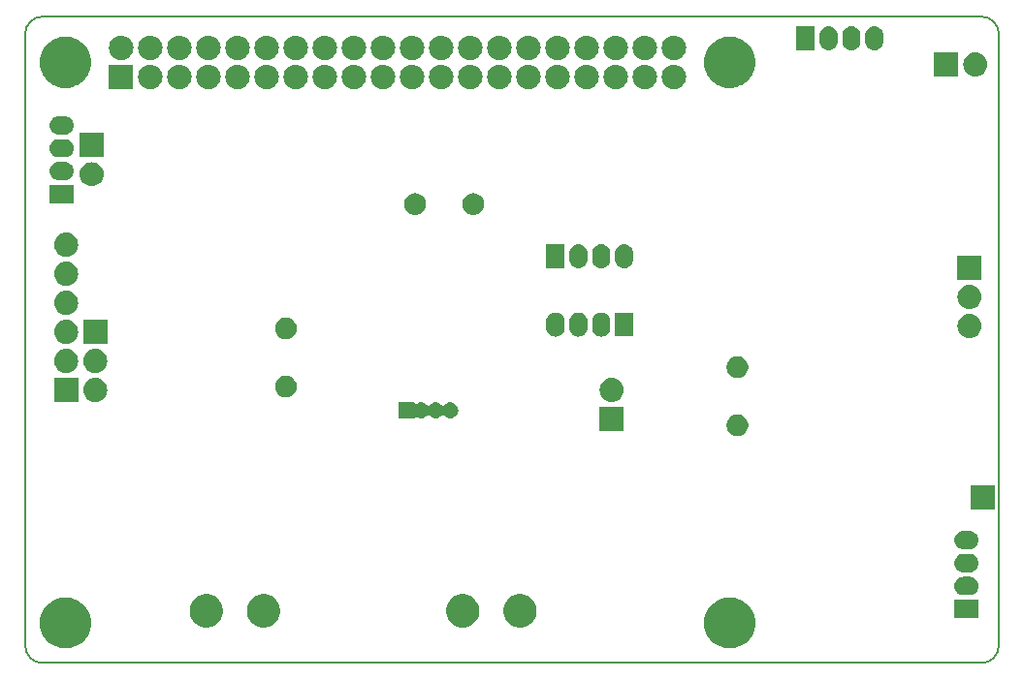
<source format=gbs>
G04 #@! TF.GenerationSoftware,KiCad,Pcbnew,5.1.2-f72e74a~84~ubuntu18.04.1*
G04 #@! TF.CreationDate,2019-05-25T03:40:36+02:00*
G04 #@! TF.ProjectId,AIOR,41494f52-2e6b-4696-9361-645f70636258,V1.01*
G04 #@! TF.SameCoordinates,Original*
G04 #@! TF.FileFunction,Soldermask,Bot*
G04 #@! TF.FilePolarity,Negative*
%FSLAX46Y46*%
G04 Gerber Fmt 4.6, Leading zero omitted, Abs format (unit mm)*
G04 Created by KiCad (PCBNEW 5.1.2-f72e74a~84~ubuntu18.04.1) date 2019-05-25 03:40:36*
%MOMM*%
%LPD*%
G04 APERTURE LIST*
%ADD10C,0.150000*%
%ADD11C,0.100000*%
G04 APERTURE END LIST*
D10*
X129500000Y-71500000D02*
X211500000Y-71500000D01*
X128000000Y-126500000D02*
X128000000Y-73000000D01*
X211500000Y-128000000D02*
X129500000Y-128000000D01*
X213000000Y-73000000D02*
X213000000Y-126500000D01*
X129500000Y-71500000D02*
G75*
G03X128000000Y-73000000I0J-1500000D01*
G01*
X128000000Y-126500000D02*
G75*
G03X129500000Y-128000000I1500000J0D01*
G01*
X211500000Y-128000000D02*
G75*
G03X213000000Y-126500000I0J1500000D01*
G01*
X213000000Y-73000000D02*
G75*
G03X211500000Y-71500000I-1500000J0D01*
G01*
D11*
G36*
X131935441Y-122310887D02*
G01*
X132151050Y-122353774D01*
X132436087Y-122471840D01*
X132551581Y-122519679D01*
X132557249Y-122522027D01*
X132922817Y-122766292D01*
X133233708Y-123077183D01*
X133477973Y-123442751D01*
X133646226Y-123848950D01*
X133732000Y-124280167D01*
X133732000Y-124719833D01*
X133646226Y-125151050D01*
X133477973Y-125557249D01*
X133233708Y-125922817D01*
X132922817Y-126233708D01*
X132557249Y-126477973D01*
X132151050Y-126646226D01*
X131935441Y-126689113D01*
X131719834Y-126732000D01*
X131280166Y-126732000D01*
X131064559Y-126689113D01*
X130848950Y-126646226D01*
X130442751Y-126477973D01*
X130077183Y-126233708D01*
X129766292Y-125922817D01*
X129522027Y-125557249D01*
X129353774Y-125151050D01*
X129268000Y-124719833D01*
X129268000Y-124280167D01*
X129353774Y-123848950D01*
X129522027Y-123442751D01*
X129766292Y-123077183D01*
X130077183Y-122766292D01*
X130442751Y-122522027D01*
X130448420Y-122519679D01*
X130563913Y-122471840D01*
X130848950Y-122353774D01*
X131064559Y-122310887D01*
X131280166Y-122268000D01*
X131719834Y-122268000D01*
X131935441Y-122310887D01*
X131935441Y-122310887D01*
G37*
G36*
X189935441Y-122310887D02*
G01*
X190151050Y-122353774D01*
X190436087Y-122471840D01*
X190551581Y-122519679D01*
X190557249Y-122522027D01*
X190922817Y-122766292D01*
X191233708Y-123077183D01*
X191477973Y-123442751D01*
X191646226Y-123848950D01*
X191732000Y-124280167D01*
X191732000Y-124719833D01*
X191646226Y-125151050D01*
X191477973Y-125557249D01*
X191233708Y-125922817D01*
X190922817Y-126233708D01*
X190557249Y-126477973D01*
X190151050Y-126646226D01*
X189935441Y-126689113D01*
X189719834Y-126732000D01*
X189280166Y-126732000D01*
X189064559Y-126689113D01*
X188848950Y-126646226D01*
X188442751Y-126477973D01*
X188077183Y-126233708D01*
X187766292Y-125922817D01*
X187522027Y-125557249D01*
X187353774Y-125151050D01*
X187268000Y-124719833D01*
X187268000Y-124280167D01*
X187353774Y-123848950D01*
X187522027Y-123442751D01*
X187766292Y-123077183D01*
X188077183Y-122766292D01*
X188442751Y-122522027D01*
X188448420Y-122519679D01*
X188563913Y-122471840D01*
X188848950Y-122353774D01*
X189064559Y-122310887D01*
X189280166Y-122268000D01*
X189719834Y-122268000D01*
X189935441Y-122310887D01*
X189935441Y-122310887D01*
G37*
G36*
X149226948Y-122049722D02*
G01*
X149490831Y-122159026D01*
X149490833Y-122159027D01*
X149728321Y-122317711D01*
X149930289Y-122519679D01*
X150088973Y-122757167D01*
X150088974Y-122757169D01*
X150198278Y-123021052D01*
X150254000Y-123301186D01*
X150254000Y-123586814D01*
X150198278Y-123866948D01*
X150113873Y-124070720D01*
X150088973Y-124130833D01*
X149930289Y-124368321D01*
X149728321Y-124570289D01*
X149490833Y-124728973D01*
X149490832Y-124728974D01*
X149490831Y-124728974D01*
X149226948Y-124838278D01*
X148946814Y-124894000D01*
X148661186Y-124894000D01*
X148381052Y-124838278D01*
X148117169Y-124728974D01*
X148117168Y-124728974D01*
X148117167Y-124728973D01*
X147879679Y-124570289D01*
X147677711Y-124368321D01*
X147519027Y-124130833D01*
X147494127Y-124070720D01*
X147409722Y-123866948D01*
X147354000Y-123586814D01*
X147354000Y-123301186D01*
X147409722Y-123021052D01*
X147519026Y-122757169D01*
X147519027Y-122757167D01*
X147677711Y-122519679D01*
X147879679Y-122317711D01*
X148117167Y-122159027D01*
X148117169Y-122159026D01*
X148381052Y-122049722D01*
X148661186Y-121994000D01*
X148946814Y-121994000D01*
X149226948Y-122049722D01*
X149226948Y-122049722D01*
G37*
G36*
X166618948Y-122049722D02*
G01*
X166882831Y-122159026D01*
X166882833Y-122159027D01*
X167120321Y-122317711D01*
X167322289Y-122519679D01*
X167480973Y-122757167D01*
X167480974Y-122757169D01*
X167590278Y-123021052D01*
X167646000Y-123301186D01*
X167646000Y-123586814D01*
X167590278Y-123866948D01*
X167505873Y-124070720D01*
X167480973Y-124130833D01*
X167322289Y-124368321D01*
X167120321Y-124570289D01*
X166882833Y-124728973D01*
X166882832Y-124728974D01*
X166882831Y-124728974D01*
X166618948Y-124838278D01*
X166338814Y-124894000D01*
X166053186Y-124894000D01*
X165773052Y-124838278D01*
X165509169Y-124728974D01*
X165509168Y-124728974D01*
X165509167Y-124728973D01*
X165271679Y-124570289D01*
X165069711Y-124368321D01*
X164911027Y-124130833D01*
X164886127Y-124070720D01*
X164801722Y-123866948D01*
X164746000Y-123586814D01*
X164746000Y-123301186D01*
X164801722Y-123021052D01*
X164911026Y-122757169D01*
X164911027Y-122757167D01*
X165069711Y-122519679D01*
X165271679Y-122317711D01*
X165509167Y-122159027D01*
X165509169Y-122159026D01*
X165773052Y-122049722D01*
X166053186Y-121994000D01*
X166338814Y-121994000D01*
X166618948Y-122049722D01*
X166618948Y-122049722D01*
G37*
G36*
X171618948Y-122049722D02*
G01*
X171882831Y-122159026D01*
X171882833Y-122159027D01*
X172120321Y-122317711D01*
X172322289Y-122519679D01*
X172480973Y-122757167D01*
X172480974Y-122757169D01*
X172590278Y-123021052D01*
X172646000Y-123301186D01*
X172646000Y-123586814D01*
X172590278Y-123866948D01*
X172505873Y-124070720D01*
X172480973Y-124130833D01*
X172322289Y-124368321D01*
X172120321Y-124570289D01*
X171882833Y-124728973D01*
X171882832Y-124728974D01*
X171882831Y-124728974D01*
X171618948Y-124838278D01*
X171338814Y-124894000D01*
X171053186Y-124894000D01*
X170773052Y-124838278D01*
X170509169Y-124728974D01*
X170509168Y-124728974D01*
X170509167Y-124728973D01*
X170271679Y-124570289D01*
X170069711Y-124368321D01*
X169911027Y-124130833D01*
X169886127Y-124070720D01*
X169801722Y-123866948D01*
X169746000Y-123586814D01*
X169746000Y-123301186D01*
X169801722Y-123021052D01*
X169911026Y-122757169D01*
X169911027Y-122757167D01*
X170069711Y-122519679D01*
X170271679Y-122317711D01*
X170509167Y-122159027D01*
X170509169Y-122159026D01*
X170773052Y-122049722D01*
X171053186Y-121994000D01*
X171338814Y-121994000D01*
X171618948Y-122049722D01*
X171618948Y-122049722D01*
G37*
G36*
X144226948Y-122049722D02*
G01*
X144490831Y-122159026D01*
X144490833Y-122159027D01*
X144728321Y-122317711D01*
X144930289Y-122519679D01*
X145088973Y-122757167D01*
X145088974Y-122757169D01*
X145198278Y-123021052D01*
X145254000Y-123301186D01*
X145254000Y-123586814D01*
X145198278Y-123866948D01*
X145113873Y-124070720D01*
X145088973Y-124130833D01*
X144930289Y-124368321D01*
X144728321Y-124570289D01*
X144490833Y-124728973D01*
X144490832Y-124728974D01*
X144490831Y-124728974D01*
X144226948Y-124838278D01*
X143946814Y-124894000D01*
X143661186Y-124894000D01*
X143381052Y-124838278D01*
X143117169Y-124728974D01*
X143117168Y-124728974D01*
X143117167Y-124728973D01*
X142879679Y-124570289D01*
X142677711Y-124368321D01*
X142519027Y-124130833D01*
X142494127Y-124070720D01*
X142409722Y-123866948D01*
X142354000Y-123586814D01*
X142354000Y-123301186D01*
X142409722Y-123021052D01*
X142519026Y-122757169D01*
X142519027Y-122757167D01*
X142677711Y-122519679D01*
X142879679Y-122317711D01*
X143117167Y-122159027D01*
X143117169Y-122159026D01*
X143381052Y-122049722D01*
X143661186Y-121994000D01*
X143946814Y-121994000D01*
X144226948Y-122049722D01*
X144226948Y-122049722D01*
G37*
G36*
X211234630Y-124070720D02*
G01*
X209135370Y-124070720D01*
X209135370Y-122471840D01*
X211234630Y-122471840D01*
X211234630Y-124070720D01*
X211234630Y-124070720D01*
G37*
G36*
X210591908Y-120481887D02*
G01*
X210742603Y-120527600D01*
X210881484Y-120601834D01*
X211003215Y-120701735D01*
X211103116Y-120823466D01*
X211177350Y-120962347D01*
X211223063Y-121113042D01*
X211238498Y-121269760D01*
X211223063Y-121426478D01*
X211177350Y-121577173D01*
X211103116Y-121716054D01*
X211003215Y-121837785D01*
X210881484Y-121937686D01*
X210742603Y-122011920D01*
X210591908Y-122057633D01*
X210474463Y-122069200D01*
X209895537Y-122069200D01*
X209778092Y-122057633D01*
X209627397Y-122011920D01*
X209488516Y-121937686D01*
X209366785Y-121837785D01*
X209266884Y-121716054D01*
X209192650Y-121577173D01*
X209146937Y-121426478D01*
X209131502Y-121269760D01*
X209146937Y-121113042D01*
X209192650Y-120962347D01*
X209266884Y-120823466D01*
X209366785Y-120701735D01*
X209488516Y-120601834D01*
X209627397Y-120527600D01*
X209778092Y-120481887D01*
X209895537Y-120470320D01*
X210474463Y-120470320D01*
X210591908Y-120481887D01*
X210591908Y-120481887D01*
G37*
G36*
X210591908Y-118480367D02*
G01*
X210742603Y-118526080D01*
X210881484Y-118600314D01*
X211003215Y-118700215D01*
X211103116Y-118821946D01*
X211177350Y-118960827D01*
X211223063Y-119111522D01*
X211238498Y-119268240D01*
X211223063Y-119424958D01*
X211177350Y-119575653D01*
X211103116Y-119714534D01*
X211003215Y-119836265D01*
X210881484Y-119936166D01*
X210742603Y-120010400D01*
X210591908Y-120056113D01*
X210474463Y-120067680D01*
X209895537Y-120067680D01*
X209778092Y-120056113D01*
X209627397Y-120010400D01*
X209488516Y-119936166D01*
X209366785Y-119836265D01*
X209266884Y-119714534D01*
X209192650Y-119575653D01*
X209146937Y-119424958D01*
X209131502Y-119268240D01*
X209146937Y-119111522D01*
X209192650Y-118960827D01*
X209266884Y-118821946D01*
X209366785Y-118700215D01*
X209488516Y-118600314D01*
X209627397Y-118526080D01*
X209778092Y-118480367D01*
X209895537Y-118468800D01*
X210474463Y-118468800D01*
X210591908Y-118480367D01*
X210591908Y-118480367D01*
G37*
G36*
X210591908Y-116481387D02*
G01*
X210742603Y-116527100D01*
X210881484Y-116601334D01*
X211003215Y-116701235D01*
X211103116Y-116822966D01*
X211177350Y-116961847D01*
X211223063Y-117112542D01*
X211238498Y-117269260D01*
X211223063Y-117425978D01*
X211177350Y-117576673D01*
X211103116Y-117715554D01*
X211003215Y-117837285D01*
X210881484Y-117937186D01*
X210742603Y-118011420D01*
X210591908Y-118057133D01*
X210474463Y-118068700D01*
X209895537Y-118068700D01*
X209778092Y-118057133D01*
X209627397Y-118011420D01*
X209488516Y-117937186D01*
X209366785Y-117837285D01*
X209266884Y-117715554D01*
X209192650Y-117576673D01*
X209146937Y-117425978D01*
X209131502Y-117269260D01*
X209146937Y-117112542D01*
X209192650Y-116961847D01*
X209266884Y-116822966D01*
X209366785Y-116701235D01*
X209488516Y-116601334D01*
X209627397Y-116527100D01*
X209778092Y-116481387D01*
X209895537Y-116469820D01*
X210474463Y-116469820D01*
X210591908Y-116481387D01*
X210591908Y-116481387D01*
G37*
G36*
X212632000Y-114588000D02*
G01*
X210532000Y-114588000D01*
X210532000Y-112488000D01*
X212632000Y-112488000D01*
X212632000Y-114588000D01*
X212632000Y-114588000D01*
G37*
G36*
X190355136Y-106281654D02*
G01*
X190446905Y-106299908D01*
X190619794Y-106371521D01*
X190775390Y-106475487D01*
X190907713Y-106607810D01*
X191011679Y-106763406D01*
X191083292Y-106936295D01*
X191119800Y-107119833D01*
X191119800Y-107306967D01*
X191083292Y-107490505D01*
X191011679Y-107663394D01*
X190907713Y-107818990D01*
X190775390Y-107951313D01*
X190619794Y-108055279D01*
X190446905Y-108126892D01*
X190355136Y-108145146D01*
X190263368Y-108163400D01*
X190076232Y-108163400D01*
X189984464Y-108145146D01*
X189892695Y-108126892D01*
X189719806Y-108055279D01*
X189564210Y-107951313D01*
X189431887Y-107818990D01*
X189327921Y-107663394D01*
X189256308Y-107490505D01*
X189219800Y-107306967D01*
X189219800Y-107119833D01*
X189256308Y-106936295D01*
X189327921Y-106763406D01*
X189431887Y-106607810D01*
X189564210Y-106475487D01*
X189719806Y-106371521D01*
X189892695Y-106299908D01*
X189984464Y-106281654D01*
X190076232Y-106263400D01*
X190263368Y-106263400D01*
X190355136Y-106281654D01*
X190355136Y-106281654D01*
G37*
G36*
X180247000Y-107730000D02*
G01*
X178147000Y-107730000D01*
X178147000Y-105630000D01*
X180247000Y-105630000D01*
X180247000Y-107730000D01*
X180247000Y-107730000D01*
G37*
G36*
X161990000Y-105220402D02*
G01*
X161992402Y-105244788D01*
X161999515Y-105268237D01*
X162011066Y-105289848D01*
X162026611Y-105308790D01*
X162045553Y-105324335D01*
X162067164Y-105335886D01*
X162090613Y-105342999D01*
X162114999Y-105345401D01*
X162139385Y-105342999D01*
X162173921Y-105330642D01*
X162290825Y-105268155D01*
X162422776Y-105228128D01*
X162525610Y-105218000D01*
X162594390Y-105218000D01*
X162697224Y-105228128D01*
X162829175Y-105268155D01*
X162950781Y-105333155D01*
X163057370Y-105420630D01*
X163098384Y-105470606D01*
X163115702Y-105487924D01*
X163136076Y-105501538D01*
X163158715Y-105510915D01*
X163182748Y-105515695D01*
X163207253Y-105515695D01*
X163231286Y-105510914D01*
X163253925Y-105501537D01*
X163274299Y-105487923D01*
X163291616Y-105470606D01*
X163332630Y-105420630D01*
X163439219Y-105333155D01*
X163560825Y-105268155D01*
X163692776Y-105228128D01*
X163795610Y-105218000D01*
X163864390Y-105218000D01*
X163967224Y-105228128D01*
X164099175Y-105268155D01*
X164220781Y-105333155D01*
X164327370Y-105420630D01*
X164368384Y-105470606D01*
X164385702Y-105487924D01*
X164406076Y-105501538D01*
X164428715Y-105510915D01*
X164452748Y-105515695D01*
X164477253Y-105515695D01*
X164501286Y-105510914D01*
X164523925Y-105501537D01*
X164544299Y-105487923D01*
X164561616Y-105470606D01*
X164602630Y-105420630D01*
X164709219Y-105333155D01*
X164830825Y-105268155D01*
X164962776Y-105228128D01*
X165065610Y-105218000D01*
X165134390Y-105218000D01*
X165237224Y-105228128D01*
X165369175Y-105268155D01*
X165490781Y-105333155D01*
X165597370Y-105420630D01*
X165684845Y-105527219D01*
X165749845Y-105648825D01*
X165789872Y-105780776D01*
X165803387Y-105918000D01*
X165789872Y-106055224D01*
X165749845Y-106187175D01*
X165684845Y-106308781D01*
X165597370Y-106415370D01*
X165490781Y-106502845D01*
X165369175Y-106567845D01*
X165237224Y-106607872D01*
X165134390Y-106618000D01*
X165065610Y-106618000D01*
X164962776Y-106607872D01*
X164830825Y-106567845D01*
X164709219Y-106502845D01*
X164602630Y-106415370D01*
X164561616Y-106365394D01*
X164544298Y-106348076D01*
X164523924Y-106334462D01*
X164501285Y-106325085D01*
X164477252Y-106320305D01*
X164452747Y-106320305D01*
X164428714Y-106325086D01*
X164406075Y-106334463D01*
X164385701Y-106348077D01*
X164368384Y-106365394D01*
X164327370Y-106415370D01*
X164220781Y-106502845D01*
X164099175Y-106567845D01*
X163967224Y-106607872D01*
X163864390Y-106618000D01*
X163795610Y-106618000D01*
X163692776Y-106607872D01*
X163560825Y-106567845D01*
X163439219Y-106502845D01*
X163332630Y-106415370D01*
X163291616Y-106365394D01*
X163274298Y-106348076D01*
X163253924Y-106334462D01*
X163231285Y-106325085D01*
X163207252Y-106320305D01*
X163182747Y-106320305D01*
X163158714Y-106325086D01*
X163136075Y-106334463D01*
X163115701Y-106348077D01*
X163098384Y-106365394D01*
X163057370Y-106415370D01*
X162950781Y-106502845D01*
X162829175Y-106567845D01*
X162697224Y-106607872D01*
X162594390Y-106618000D01*
X162525610Y-106618000D01*
X162422776Y-106607872D01*
X162290825Y-106567845D01*
X162173920Y-106505358D01*
X162151284Y-106495981D01*
X162127251Y-106491201D01*
X162102747Y-106491201D01*
X162078714Y-106495981D01*
X162056075Y-106505359D01*
X162035700Y-106518973D01*
X162018373Y-106536300D01*
X162004760Y-106556674D01*
X161995382Y-106579313D01*
X161990000Y-106615598D01*
X161990000Y-106618000D01*
X160590000Y-106618000D01*
X160590000Y-105218000D01*
X161990000Y-105218000D01*
X161990000Y-105220402D01*
X161990000Y-105220402D01*
G37*
G36*
X179325707Y-103097596D02*
G01*
X179402836Y-103105193D01*
X179600762Y-103165233D01*
X179600765Y-103165234D01*
X179783170Y-103262732D01*
X179943055Y-103393945D01*
X180074268Y-103553830D01*
X180171766Y-103736235D01*
X180171767Y-103736238D01*
X180231807Y-103934164D01*
X180252080Y-104140000D01*
X180231807Y-104345836D01*
X180171767Y-104543762D01*
X180171766Y-104543765D01*
X180074268Y-104726170D01*
X179943055Y-104886055D01*
X179783170Y-105017268D01*
X179600765Y-105114766D01*
X179600762Y-105114767D01*
X179402836Y-105174807D01*
X179325707Y-105182403D01*
X179248580Y-105190000D01*
X179145420Y-105190000D01*
X179068293Y-105182404D01*
X178991164Y-105174807D01*
X178793238Y-105114767D01*
X178793235Y-105114766D01*
X178610830Y-105017268D01*
X178450945Y-104886055D01*
X178319732Y-104726170D01*
X178222234Y-104543765D01*
X178222233Y-104543762D01*
X178162193Y-104345836D01*
X178141920Y-104140000D01*
X178162193Y-103934164D01*
X178222233Y-103736238D01*
X178222234Y-103736235D01*
X178319732Y-103553830D01*
X178450945Y-103393945D01*
X178610830Y-103262732D01*
X178793235Y-103165234D01*
X178793238Y-103165233D01*
X178991164Y-103105193D01*
X179068293Y-103097596D01*
X179145420Y-103090000D01*
X179248580Y-103090000D01*
X179325707Y-103097596D01*
X179325707Y-103097596D01*
G37*
G36*
X134240707Y-103097596D02*
G01*
X134317836Y-103105193D01*
X134515762Y-103165233D01*
X134515765Y-103165234D01*
X134698170Y-103262732D01*
X134858055Y-103393945D01*
X134989268Y-103553830D01*
X135086766Y-103736235D01*
X135086767Y-103736238D01*
X135146807Y-103934164D01*
X135167080Y-104140000D01*
X135146807Y-104345836D01*
X135086767Y-104543762D01*
X135086766Y-104543765D01*
X134989268Y-104726170D01*
X134858055Y-104886055D01*
X134698170Y-105017268D01*
X134515765Y-105114766D01*
X134515762Y-105114767D01*
X134317836Y-105174807D01*
X134240707Y-105182403D01*
X134163580Y-105190000D01*
X134060420Y-105190000D01*
X133983293Y-105182404D01*
X133906164Y-105174807D01*
X133708238Y-105114767D01*
X133708235Y-105114766D01*
X133525830Y-105017268D01*
X133365945Y-104886055D01*
X133234732Y-104726170D01*
X133137234Y-104543765D01*
X133137233Y-104543762D01*
X133077193Y-104345836D01*
X133056920Y-104140000D01*
X133077193Y-103934164D01*
X133137233Y-103736238D01*
X133137234Y-103736235D01*
X133234732Y-103553830D01*
X133365945Y-103393945D01*
X133525830Y-103262732D01*
X133708235Y-103165234D01*
X133708238Y-103165233D01*
X133906164Y-103105193D01*
X133983293Y-103097596D01*
X134060420Y-103090000D01*
X134163580Y-103090000D01*
X134240707Y-103097596D01*
X134240707Y-103097596D01*
G37*
G36*
X132622000Y-105190000D02*
G01*
X130522000Y-105190000D01*
X130522000Y-103090000D01*
X132622000Y-103090000D01*
X132622000Y-105190000D01*
X132622000Y-105190000D01*
G37*
G36*
X150934336Y-102890754D02*
G01*
X151026105Y-102909008D01*
X151198994Y-102980621D01*
X151354590Y-103084587D01*
X151486913Y-103216910D01*
X151590879Y-103372506D01*
X151662492Y-103545395D01*
X151699000Y-103728933D01*
X151699000Y-103916067D01*
X151662492Y-104099605D01*
X151590879Y-104272494D01*
X151486913Y-104428090D01*
X151354590Y-104560413D01*
X151198994Y-104664379D01*
X151026105Y-104735992D01*
X150934336Y-104754246D01*
X150842568Y-104772500D01*
X150655432Y-104772500D01*
X150563664Y-104754246D01*
X150471895Y-104735992D01*
X150299006Y-104664379D01*
X150143410Y-104560413D01*
X150011087Y-104428090D01*
X149907121Y-104272494D01*
X149835508Y-104099605D01*
X149799000Y-103916067D01*
X149799000Y-103728933D01*
X149835508Y-103545395D01*
X149907121Y-103372506D01*
X150011087Y-103216910D01*
X150143410Y-103084587D01*
X150299006Y-102980621D01*
X150471895Y-102909008D01*
X150563664Y-102890754D01*
X150655432Y-102872500D01*
X150842568Y-102872500D01*
X150934336Y-102890754D01*
X150934336Y-102890754D01*
G37*
G36*
X190327893Y-101196235D02*
G01*
X190446905Y-101219908D01*
X190619794Y-101291521D01*
X190775390Y-101395487D01*
X190907713Y-101527810D01*
X191011679Y-101683406D01*
X191083292Y-101856295D01*
X191119800Y-102039833D01*
X191119800Y-102226967D01*
X191083292Y-102410505D01*
X191011679Y-102583394D01*
X190907713Y-102738990D01*
X190775390Y-102871313D01*
X190619794Y-102975279D01*
X190446905Y-103046892D01*
X190355136Y-103065146D01*
X190263368Y-103083400D01*
X190076232Y-103083400D01*
X189984464Y-103065146D01*
X189892695Y-103046892D01*
X189719806Y-102975279D01*
X189564210Y-102871313D01*
X189431887Y-102738990D01*
X189327921Y-102583394D01*
X189256308Y-102410505D01*
X189219800Y-102226967D01*
X189219800Y-102039833D01*
X189256308Y-101856295D01*
X189327921Y-101683406D01*
X189431887Y-101527810D01*
X189564210Y-101395487D01*
X189719806Y-101291521D01*
X189892695Y-101219908D01*
X190011707Y-101196235D01*
X190076232Y-101183400D01*
X190263368Y-101183400D01*
X190327893Y-101196235D01*
X190327893Y-101196235D01*
G37*
G36*
X131700707Y-100557597D02*
G01*
X131777836Y-100565193D01*
X131975762Y-100625233D01*
X131975765Y-100625234D01*
X132158170Y-100722732D01*
X132318055Y-100853945D01*
X132449268Y-101013830D01*
X132546766Y-101196235D01*
X132546767Y-101196238D01*
X132606807Y-101394164D01*
X132627080Y-101600000D01*
X132606807Y-101805836D01*
X132591500Y-101856295D01*
X132546766Y-102003765D01*
X132449268Y-102186170D01*
X132318055Y-102346055D01*
X132158170Y-102477268D01*
X131975765Y-102574766D01*
X131975762Y-102574767D01*
X131777836Y-102634807D01*
X131700707Y-102642404D01*
X131623580Y-102650000D01*
X131520420Y-102650000D01*
X131443293Y-102642404D01*
X131366164Y-102634807D01*
X131168238Y-102574767D01*
X131168235Y-102574766D01*
X130985830Y-102477268D01*
X130825945Y-102346055D01*
X130694732Y-102186170D01*
X130597234Y-102003765D01*
X130552500Y-101856295D01*
X130537193Y-101805836D01*
X130516920Y-101600000D01*
X130537193Y-101394164D01*
X130597233Y-101196238D01*
X130597234Y-101196235D01*
X130694732Y-101013830D01*
X130825945Y-100853945D01*
X130985830Y-100722732D01*
X131168235Y-100625234D01*
X131168238Y-100625233D01*
X131366164Y-100565193D01*
X131443293Y-100557597D01*
X131520420Y-100550000D01*
X131623580Y-100550000D01*
X131700707Y-100557597D01*
X131700707Y-100557597D01*
G37*
G36*
X134240707Y-100557597D02*
G01*
X134317836Y-100565193D01*
X134515762Y-100625233D01*
X134515765Y-100625234D01*
X134698170Y-100722732D01*
X134858055Y-100853945D01*
X134989268Y-101013830D01*
X135086766Y-101196235D01*
X135086767Y-101196238D01*
X135146807Y-101394164D01*
X135167080Y-101600000D01*
X135146807Y-101805836D01*
X135131500Y-101856295D01*
X135086766Y-102003765D01*
X134989268Y-102186170D01*
X134858055Y-102346055D01*
X134698170Y-102477268D01*
X134515765Y-102574766D01*
X134515762Y-102574767D01*
X134317836Y-102634807D01*
X134240707Y-102642404D01*
X134163580Y-102650000D01*
X134060420Y-102650000D01*
X133983293Y-102642404D01*
X133906164Y-102634807D01*
X133708238Y-102574767D01*
X133708235Y-102574766D01*
X133525830Y-102477268D01*
X133365945Y-102346055D01*
X133234732Y-102186170D01*
X133137234Y-102003765D01*
X133092500Y-101856295D01*
X133077193Y-101805836D01*
X133056920Y-101600000D01*
X133077193Y-101394164D01*
X133137233Y-101196238D01*
X133137234Y-101196235D01*
X133234732Y-101013830D01*
X133365945Y-100853945D01*
X133525830Y-100722732D01*
X133708235Y-100625234D01*
X133708238Y-100625233D01*
X133906164Y-100565193D01*
X133983293Y-100557597D01*
X134060420Y-100550000D01*
X134163580Y-100550000D01*
X134240707Y-100557597D01*
X134240707Y-100557597D01*
G37*
G36*
X131700707Y-98017596D02*
G01*
X131777836Y-98025193D01*
X131975762Y-98085233D01*
X131975765Y-98085234D01*
X132158170Y-98182732D01*
X132318055Y-98313945D01*
X132449268Y-98473830D01*
X132546766Y-98656235D01*
X132546767Y-98656238D01*
X132606807Y-98854164D01*
X132627080Y-99060000D01*
X132606807Y-99265836D01*
X132546979Y-99463062D01*
X132546766Y-99463765D01*
X132449268Y-99646170D01*
X132318055Y-99806055D01*
X132158170Y-99937268D01*
X131975765Y-100034766D01*
X131975762Y-100034767D01*
X131777836Y-100094807D01*
X131700707Y-100102403D01*
X131623580Y-100110000D01*
X131520420Y-100110000D01*
X131443293Y-100102403D01*
X131366164Y-100094807D01*
X131168238Y-100034767D01*
X131168235Y-100034766D01*
X130985830Y-99937268D01*
X130825945Y-99806055D01*
X130694732Y-99646170D01*
X130597234Y-99463765D01*
X130597021Y-99463062D01*
X130537193Y-99265836D01*
X130516920Y-99060000D01*
X130537193Y-98854164D01*
X130597233Y-98656238D01*
X130597234Y-98656235D01*
X130694732Y-98473830D01*
X130825945Y-98313945D01*
X130985830Y-98182732D01*
X131168235Y-98085234D01*
X131168238Y-98085233D01*
X131366164Y-98025193D01*
X131443293Y-98017596D01*
X131520420Y-98010000D01*
X131623580Y-98010000D01*
X131700707Y-98017596D01*
X131700707Y-98017596D01*
G37*
G36*
X135162000Y-100110000D02*
G01*
X133062000Y-100110000D01*
X133062000Y-98010000D01*
X135162000Y-98010000D01*
X135162000Y-100110000D01*
X135162000Y-100110000D01*
G37*
G36*
X150910160Y-97805945D02*
G01*
X151026105Y-97829008D01*
X151198994Y-97900621D01*
X151354590Y-98004587D01*
X151486913Y-98136910D01*
X151590879Y-98292506D01*
X151662492Y-98465395D01*
X151699000Y-98648933D01*
X151699000Y-98836067D01*
X151662492Y-99019605D01*
X151590879Y-99192494D01*
X151486913Y-99348090D01*
X151354590Y-99480413D01*
X151198994Y-99584379D01*
X151026105Y-99655992D01*
X150934336Y-99674246D01*
X150842568Y-99692500D01*
X150655432Y-99692500D01*
X150563664Y-99674246D01*
X150471895Y-99655992D01*
X150299006Y-99584379D01*
X150143410Y-99480413D01*
X150011087Y-99348090D01*
X149907121Y-99192494D01*
X149835508Y-99019605D01*
X149799000Y-98836067D01*
X149799000Y-98648933D01*
X149835508Y-98465395D01*
X149907121Y-98292506D01*
X150011087Y-98136910D01*
X150143410Y-98004587D01*
X150299006Y-97900621D01*
X150471895Y-97829008D01*
X150587840Y-97805945D01*
X150655432Y-97792500D01*
X150842568Y-97792500D01*
X150910160Y-97805945D01*
X150910160Y-97805945D01*
G37*
G36*
X210567707Y-97509596D02*
G01*
X210644836Y-97517193D01*
X210842762Y-97577233D01*
X210842765Y-97577234D01*
X211025170Y-97674732D01*
X211185055Y-97805945D01*
X211316268Y-97965830D01*
X211413766Y-98148235D01*
X211413767Y-98148238D01*
X211473807Y-98346164D01*
X211494080Y-98552000D01*
X211473807Y-98757836D01*
X211413767Y-98955762D01*
X211413766Y-98955765D01*
X211316268Y-99138170D01*
X211185055Y-99298055D01*
X211025170Y-99429268D01*
X210842765Y-99526766D01*
X210842762Y-99526767D01*
X210644836Y-99586807D01*
X210567707Y-99594403D01*
X210490580Y-99602000D01*
X210387420Y-99602000D01*
X210310293Y-99594403D01*
X210233164Y-99586807D01*
X210035238Y-99526767D01*
X210035235Y-99526766D01*
X209852830Y-99429268D01*
X209692945Y-99298055D01*
X209561732Y-99138170D01*
X209464234Y-98955765D01*
X209464233Y-98955762D01*
X209404193Y-98757836D01*
X209383920Y-98552000D01*
X209404193Y-98346164D01*
X209464233Y-98148238D01*
X209464234Y-98148235D01*
X209561732Y-97965830D01*
X209692945Y-97805945D01*
X209852830Y-97674732D01*
X210035235Y-97577234D01*
X210035238Y-97577233D01*
X210233164Y-97517193D01*
X210310293Y-97509596D01*
X210387420Y-97502000D01*
X210490580Y-97502000D01*
X210567707Y-97509596D01*
X210567707Y-97509596D01*
G37*
G36*
X174448978Y-97386937D02*
G01*
X174599673Y-97432650D01*
X174738554Y-97506884D01*
X174860285Y-97606785D01*
X174960186Y-97728516D01*
X175034420Y-97867397D01*
X175080133Y-98018092D01*
X175091700Y-98135537D01*
X175091700Y-98714463D01*
X175080133Y-98831908D01*
X175034420Y-98982603D01*
X174960186Y-99121484D01*
X174860285Y-99243215D01*
X174738553Y-99343116D01*
X174599672Y-99417350D01*
X174448977Y-99463063D01*
X174292260Y-99478498D01*
X174135542Y-99463063D01*
X173984847Y-99417350D01*
X173845966Y-99343116D01*
X173724235Y-99243215D01*
X173624334Y-99121483D01*
X173550100Y-98982602D01*
X173504387Y-98831907D01*
X173492820Y-98714462D01*
X173492820Y-98135537D01*
X173504387Y-98018092D01*
X173550100Y-97867397D01*
X173624334Y-97728516D01*
X173724236Y-97606785D01*
X173845967Y-97506884D01*
X173984848Y-97432650D01*
X174135543Y-97386937D01*
X174292260Y-97371502D01*
X174448978Y-97386937D01*
X174448978Y-97386937D01*
G37*
G36*
X178449478Y-97386937D02*
G01*
X178600173Y-97432650D01*
X178739054Y-97506884D01*
X178860785Y-97606785D01*
X178960686Y-97728516D01*
X179034920Y-97867397D01*
X179080633Y-98018092D01*
X179092200Y-98135537D01*
X179092200Y-98714463D01*
X179080633Y-98831908D01*
X179034920Y-98982603D01*
X178960686Y-99121484D01*
X178860785Y-99243215D01*
X178739053Y-99343116D01*
X178600172Y-99417350D01*
X178449477Y-99463063D01*
X178292760Y-99478498D01*
X178136042Y-99463063D01*
X177985347Y-99417350D01*
X177846466Y-99343116D01*
X177724735Y-99243215D01*
X177624834Y-99121483D01*
X177550600Y-98982602D01*
X177504887Y-98831907D01*
X177493320Y-98714462D01*
X177493320Y-98135537D01*
X177504887Y-98018092D01*
X177550600Y-97867397D01*
X177624834Y-97728516D01*
X177724736Y-97606785D01*
X177846467Y-97506884D01*
X177985348Y-97432650D01*
X178136043Y-97386937D01*
X178292760Y-97371502D01*
X178449478Y-97386937D01*
X178449478Y-97386937D01*
G37*
G36*
X176447958Y-97386937D02*
G01*
X176598653Y-97432650D01*
X176737534Y-97506884D01*
X176859265Y-97606785D01*
X176959166Y-97728516D01*
X177033400Y-97867397D01*
X177079113Y-98018092D01*
X177090680Y-98135537D01*
X177090680Y-98714463D01*
X177079113Y-98831908D01*
X177033400Y-98982603D01*
X176959166Y-99121484D01*
X176859265Y-99243215D01*
X176737533Y-99343116D01*
X176598652Y-99417350D01*
X176447957Y-99463063D01*
X176291240Y-99478498D01*
X176134522Y-99463063D01*
X175983827Y-99417350D01*
X175844946Y-99343116D01*
X175723215Y-99243215D01*
X175623314Y-99121483D01*
X175549080Y-98982602D01*
X175503367Y-98831907D01*
X175491800Y-98714462D01*
X175491800Y-98135537D01*
X175503367Y-98018092D01*
X175549080Y-97867397D01*
X175623314Y-97728516D01*
X175723216Y-97606785D01*
X175844947Y-97506884D01*
X175983828Y-97432650D01*
X176134523Y-97386937D01*
X176291240Y-97371502D01*
X176447958Y-97386937D01*
X176447958Y-97386937D01*
G37*
G36*
X181093720Y-99474630D02*
G01*
X179494840Y-99474630D01*
X179494840Y-97375370D01*
X181093720Y-97375370D01*
X181093720Y-99474630D01*
X181093720Y-99474630D01*
G37*
G36*
X131700707Y-95477597D02*
G01*
X131777836Y-95485193D01*
X131975762Y-95545233D01*
X131975765Y-95545234D01*
X132158170Y-95642732D01*
X132318055Y-95773945D01*
X132449268Y-95933830D01*
X132546766Y-96116235D01*
X132546767Y-96116238D01*
X132606807Y-96314164D01*
X132627080Y-96520000D01*
X132606807Y-96725836D01*
X132546767Y-96923762D01*
X132546766Y-96923765D01*
X132449268Y-97106170D01*
X132318055Y-97266055D01*
X132158170Y-97397268D01*
X131975765Y-97494766D01*
X131975762Y-97494767D01*
X131777836Y-97554807D01*
X131700707Y-97562403D01*
X131623580Y-97570000D01*
X131520420Y-97570000D01*
X131443293Y-97562403D01*
X131366164Y-97554807D01*
X131168238Y-97494767D01*
X131168235Y-97494766D01*
X130985830Y-97397268D01*
X130825945Y-97266055D01*
X130694732Y-97106170D01*
X130597234Y-96923765D01*
X130597233Y-96923762D01*
X130537193Y-96725836D01*
X130516920Y-96520000D01*
X130537193Y-96314164D01*
X130597233Y-96116238D01*
X130597234Y-96116235D01*
X130694732Y-95933830D01*
X130825945Y-95773945D01*
X130985830Y-95642732D01*
X131168235Y-95545234D01*
X131168238Y-95545233D01*
X131366164Y-95485193D01*
X131443293Y-95477597D01*
X131520420Y-95470000D01*
X131623580Y-95470000D01*
X131700707Y-95477597D01*
X131700707Y-95477597D01*
G37*
G36*
X210567707Y-94969596D02*
G01*
X210644836Y-94977193D01*
X210842762Y-95037233D01*
X210842765Y-95037234D01*
X211025170Y-95134732D01*
X211185055Y-95265945D01*
X211316268Y-95425830D01*
X211413766Y-95608235D01*
X211413767Y-95608238D01*
X211473807Y-95806164D01*
X211494080Y-96012000D01*
X211473807Y-96217836D01*
X211413767Y-96415762D01*
X211413766Y-96415765D01*
X211316268Y-96598170D01*
X211185055Y-96758055D01*
X211025170Y-96889268D01*
X210842765Y-96986766D01*
X210842762Y-96986767D01*
X210644836Y-97046807D01*
X210567707Y-97054403D01*
X210490580Y-97062000D01*
X210387420Y-97062000D01*
X210310293Y-97054403D01*
X210233164Y-97046807D01*
X210035238Y-96986767D01*
X210035235Y-96986766D01*
X209852830Y-96889268D01*
X209692945Y-96758055D01*
X209561732Y-96598170D01*
X209464234Y-96415765D01*
X209464233Y-96415762D01*
X209404193Y-96217836D01*
X209383920Y-96012000D01*
X209404193Y-95806164D01*
X209464233Y-95608238D01*
X209464234Y-95608235D01*
X209561732Y-95425830D01*
X209692945Y-95265945D01*
X209852830Y-95134732D01*
X210035235Y-95037234D01*
X210035238Y-95037233D01*
X210233164Y-94977193D01*
X210310293Y-94969596D01*
X210387420Y-94962000D01*
X210490580Y-94962000D01*
X210567707Y-94969596D01*
X210567707Y-94969596D01*
G37*
G36*
X131700707Y-92937596D02*
G01*
X131777836Y-92945193D01*
X131975762Y-93005233D01*
X131975765Y-93005234D01*
X132158170Y-93102732D01*
X132318055Y-93233945D01*
X132449268Y-93393830D01*
X132546766Y-93576235D01*
X132546767Y-93576238D01*
X132606807Y-93774164D01*
X132627080Y-93980000D01*
X132606807Y-94185836D01*
X132546767Y-94383762D01*
X132546766Y-94383765D01*
X132449268Y-94566170D01*
X132318055Y-94726055D01*
X132158170Y-94857268D01*
X131975765Y-94954766D01*
X131975762Y-94954767D01*
X131777836Y-95014807D01*
X131700707Y-95022403D01*
X131623580Y-95030000D01*
X131520420Y-95030000D01*
X131443293Y-95022403D01*
X131366164Y-95014807D01*
X131168238Y-94954767D01*
X131168235Y-94954766D01*
X130985830Y-94857268D01*
X130825945Y-94726055D01*
X130694732Y-94566170D01*
X130597234Y-94383765D01*
X130597233Y-94383762D01*
X130537193Y-94185836D01*
X130516920Y-93980000D01*
X130537193Y-93774164D01*
X130597233Y-93576238D01*
X130597234Y-93576235D01*
X130694732Y-93393830D01*
X130825945Y-93233945D01*
X130985830Y-93102732D01*
X131168235Y-93005234D01*
X131168238Y-93005233D01*
X131366164Y-92945193D01*
X131443293Y-92937596D01*
X131520420Y-92930000D01*
X131623580Y-92930000D01*
X131700707Y-92937596D01*
X131700707Y-92937596D01*
G37*
G36*
X211489000Y-94522000D02*
G01*
X209389000Y-94522000D01*
X209389000Y-92422000D01*
X211489000Y-92422000D01*
X211489000Y-94522000D01*
X211489000Y-94522000D01*
G37*
G36*
X180448457Y-91417937D02*
G01*
X180599152Y-91463650D01*
X180738033Y-91537884D01*
X180859765Y-91637785D01*
X180959666Y-91759516D01*
X181033900Y-91898397D01*
X181079613Y-92049092D01*
X181091180Y-92166537D01*
X181091180Y-92745463D01*
X181079613Y-92862908D01*
X181033900Y-93013603D01*
X180959666Y-93152484D01*
X180859765Y-93274215D01*
X180738034Y-93374116D01*
X180599153Y-93448350D01*
X180448458Y-93494063D01*
X180291740Y-93509498D01*
X180135023Y-93494063D01*
X179984328Y-93448350D01*
X179845447Y-93374116D01*
X179723716Y-93274215D01*
X179623814Y-93152484D01*
X179549580Y-93013603D01*
X179503867Y-92862908D01*
X179492300Y-92745463D01*
X179492300Y-92166538D01*
X179503867Y-92049093D01*
X179549580Y-91898398D01*
X179623814Y-91759517D01*
X179723715Y-91637785D01*
X179845446Y-91537884D01*
X179984327Y-91463650D01*
X180135022Y-91417937D01*
X180291740Y-91402502D01*
X180448457Y-91417937D01*
X180448457Y-91417937D01*
G37*
G36*
X176447957Y-91417937D02*
G01*
X176598652Y-91463650D01*
X176737533Y-91537884D01*
X176859265Y-91637785D01*
X176959166Y-91759516D01*
X177033400Y-91898397D01*
X177079113Y-92049092D01*
X177090680Y-92166537D01*
X177090680Y-92745463D01*
X177079113Y-92862908D01*
X177033400Y-93013603D01*
X176959166Y-93152484D01*
X176859265Y-93274215D01*
X176737534Y-93374116D01*
X176598653Y-93448350D01*
X176447958Y-93494063D01*
X176291240Y-93509498D01*
X176134523Y-93494063D01*
X175983828Y-93448350D01*
X175844947Y-93374116D01*
X175723216Y-93274215D01*
X175623314Y-93152484D01*
X175549080Y-93013603D01*
X175503367Y-92862908D01*
X175491800Y-92745463D01*
X175491800Y-92166538D01*
X175503367Y-92049093D01*
X175549080Y-91898398D01*
X175623314Y-91759517D01*
X175723215Y-91637785D01*
X175844946Y-91537884D01*
X175983827Y-91463650D01*
X176134522Y-91417937D01*
X176291240Y-91402502D01*
X176447957Y-91417937D01*
X176447957Y-91417937D01*
G37*
G36*
X178449477Y-91417937D02*
G01*
X178600172Y-91463650D01*
X178739053Y-91537884D01*
X178860785Y-91637785D01*
X178960686Y-91759516D01*
X179034920Y-91898397D01*
X179080633Y-92049092D01*
X179092200Y-92166537D01*
X179092200Y-92745463D01*
X179080633Y-92862908D01*
X179034920Y-93013603D01*
X178960686Y-93152484D01*
X178860785Y-93274215D01*
X178739054Y-93374116D01*
X178600173Y-93448350D01*
X178449478Y-93494063D01*
X178292760Y-93509498D01*
X178136043Y-93494063D01*
X177985348Y-93448350D01*
X177846467Y-93374116D01*
X177724736Y-93274215D01*
X177624834Y-93152484D01*
X177550600Y-93013603D01*
X177504887Y-92862908D01*
X177493320Y-92745463D01*
X177493320Y-92166538D01*
X177504887Y-92049093D01*
X177550600Y-91898398D01*
X177624834Y-91759517D01*
X177724735Y-91637785D01*
X177846466Y-91537884D01*
X177985347Y-91463650D01*
X178136042Y-91417937D01*
X178292760Y-91402502D01*
X178449477Y-91417937D01*
X178449477Y-91417937D01*
G37*
G36*
X175089160Y-93505630D02*
G01*
X173490280Y-93505630D01*
X173490280Y-91406370D01*
X175089160Y-91406370D01*
X175089160Y-93505630D01*
X175089160Y-93505630D01*
G37*
G36*
X131700707Y-90397597D02*
G01*
X131777836Y-90405193D01*
X131975762Y-90465233D01*
X131975765Y-90465234D01*
X132158170Y-90562732D01*
X132318055Y-90693945D01*
X132449268Y-90853830D01*
X132546766Y-91036235D01*
X132546767Y-91036238D01*
X132606807Y-91234164D01*
X132627080Y-91440000D01*
X132606807Y-91645836D01*
X132572321Y-91759521D01*
X132546766Y-91843765D01*
X132449268Y-92026170D01*
X132318055Y-92186055D01*
X132158170Y-92317268D01*
X131975765Y-92414766D01*
X131975762Y-92414767D01*
X131777836Y-92474807D01*
X131700707Y-92482404D01*
X131623580Y-92490000D01*
X131520420Y-92490000D01*
X131443293Y-92482404D01*
X131366164Y-92474807D01*
X131168238Y-92414767D01*
X131168235Y-92414766D01*
X130985830Y-92317268D01*
X130825945Y-92186055D01*
X130694732Y-92026170D01*
X130597234Y-91843765D01*
X130571679Y-91759521D01*
X130537193Y-91645836D01*
X130516920Y-91440000D01*
X130537193Y-91234164D01*
X130597233Y-91036238D01*
X130597234Y-91036235D01*
X130694732Y-90853830D01*
X130825945Y-90693945D01*
X130985830Y-90562732D01*
X131168235Y-90465234D01*
X131168238Y-90465233D01*
X131366164Y-90405193D01*
X131443293Y-90397597D01*
X131520420Y-90390000D01*
X131623580Y-90390000D01*
X131700707Y-90397597D01*
X131700707Y-90397597D01*
G37*
G36*
X167317336Y-86952254D02*
G01*
X167409105Y-86970508D01*
X167581994Y-87042121D01*
X167737590Y-87146087D01*
X167869913Y-87278410D01*
X167973879Y-87434006D01*
X168045492Y-87606895D01*
X168082000Y-87790433D01*
X168082000Y-87977567D01*
X168045492Y-88161105D01*
X167973879Y-88333994D01*
X167869913Y-88489590D01*
X167737590Y-88621913D01*
X167581994Y-88725879D01*
X167409105Y-88797492D01*
X167317336Y-88815746D01*
X167225568Y-88834000D01*
X167038432Y-88834000D01*
X166946664Y-88815746D01*
X166854895Y-88797492D01*
X166682006Y-88725879D01*
X166526410Y-88621913D01*
X166394087Y-88489590D01*
X166290121Y-88333994D01*
X166218508Y-88161105D01*
X166182000Y-87977567D01*
X166182000Y-87790433D01*
X166218508Y-87606895D01*
X166290121Y-87434006D01*
X166394087Y-87278410D01*
X166526410Y-87146087D01*
X166682006Y-87042121D01*
X166854895Y-86970508D01*
X166946664Y-86952254D01*
X167038432Y-86934000D01*
X167225568Y-86934000D01*
X167317336Y-86952254D01*
X167317336Y-86952254D01*
G37*
G36*
X162237336Y-86952254D02*
G01*
X162329105Y-86970508D01*
X162501994Y-87042121D01*
X162657590Y-87146087D01*
X162789913Y-87278410D01*
X162893879Y-87434006D01*
X162965492Y-87606895D01*
X163002000Y-87790433D01*
X163002000Y-87977567D01*
X162965492Y-88161105D01*
X162893879Y-88333994D01*
X162789913Y-88489590D01*
X162657590Y-88621913D01*
X162501994Y-88725879D01*
X162329105Y-88797492D01*
X162237336Y-88815746D01*
X162145568Y-88834000D01*
X161958432Y-88834000D01*
X161866664Y-88815746D01*
X161774895Y-88797492D01*
X161602006Y-88725879D01*
X161446410Y-88621913D01*
X161314087Y-88489590D01*
X161210121Y-88333994D01*
X161138508Y-88161105D01*
X161102000Y-87977567D01*
X161102000Y-87790433D01*
X161138508Y-87606895D01*
X161210121Y-87434006D01*
X161314087Y-87278410D01*
X161446410Y-87146087D01*
X161602006Y-87042121D01*
X161774895Y-86970508D01*
X161866664Y-86952254D01*
X161958432Y-86934000D01*
X162145568Y-86934000D01*
X162237336Y-86952254D01*
X162237336Y-86952254D01*
G37*
G36*
X132240630Y-87809680D02*
G01*
X130141370Y-87809680D01*
X130141370Y-86210800D01*
X132240630Y-86210800D01*
X132240630Y-87809680D01*
X132240630Y-87809680D01*
G37*
G36*
X133923207Y-84238097D02*
G01*
X134000336Y-84245693D01*
X134198262Y-84305733D01*
X134198265Y-84305734D01*
X134380670Y-84403232D01*
X134540555Y-84534445D01*
X134671768Y-84694330D01*
X134769266Y-84876735D01*
X134769267Y-84876738D01*
X134829307Y-85074664D01*
X134849580Y-85280500D01*
X134829307Y-85486336D01*
X134801112Y-85579283D01*
X134769266Y-85684265D01*
X134671768Y-85866670D01*
X134540555Y-86026555D01*
X134380670Y-86157768D01*
X134198265Y-86255266D01*
X134198262Y-86255267D01*
X134000336Y-86315307D01*
X133923207Y-86322903D01*
X133846080Y-86330500D01*
X133742920Y-86330500D01*
X133665793Y-86322903D01*
X133588664Y-86315307D01*
X133390738Y-86255267D01*
X133390735Y-86255266D01*
X133208330Y-86157768D01*
X133048445Y-86026555D01*
X132917232Y-85866670D01*
X132819734Y-85684265D01*
X132787888Y-85579283D01*
X132759693Y-85486336D01*
X132739420Y-85280500D01*
X132759693Y-85074664D01*
X132819733Y-84876738D01*
X132819734Y-84876735D01*
X132917232Y-84694330D01*
X133048445Y-84534445D01*
X133208330Y-84403232D01*
X133390735Y-84305734D01*
X133390738Y-84305733D01*
X133588664Y-84245693D01*
X133665793Y-84238097D01*
X133742920Y-84230500D01*
X133846080Y-84230500D01*
X133923207Y-84238097D01*
X133923207Y-84238097D01*
G37*
G36*
X131597908Y-84223387D02*
G01*
X131748603Y-84269100D01*
X131887484Y-84343334D01*
X132009215Y-84443235D01*
X132109116Y-84564966D01*
X132183350Y-84703847D01*
X132229063Y-84854542D01*
X132244498Y-85011260D01*
X132229063Y-85167978D01*
X132183350Y-85318673D01*
X132109116Y-85457554D01*
X132009215Y-85579285D01*
X131887484Y-85679186D01*
X131748603Y-85753420D01*
X131597908Y-85799133D01*
X131480463Y-85810700D01*
X130901537Y-85810700D01*
X130784092Y-85799133D01*
X130633397Y-85753420D01*
X130494516Y-85679186D01*
X130372785Y-85579285D01*
X130272884Y-85457554D01*
X130198650Y-85318673D01*
X130152937Y-85167978D01*
X130137502Y-85011260D01*
X130152937Y-84854542D01*
X130198650Y-84703847D01*
X130272884Y-84564966D01*
X130372785Y-84443235D01*
X130494516Y-84343334D01*
X130633397Y-84269100D01*
X130784092Y-84223387D01*
X130901537Y-84211820D01*
X131480463Y-84211820D01*
X131597908Y-84223387D01*
X131597908Y-84223387D01*
G37*
G36*
X131597908Y-82221867D02*
G01*
X131748603Y-82267580D01*
X131887484Y-82341814D01*
X132009215Y-82441715D01*
X132109116Y-82563446D01*
X132183350Y-82702327D01*
X132229063Y-82853022D01*
X132244498Y-83009740D01*
X132229063Y-83166458D01*
X132183350Y-83317153D01*
X132109116Y-83456034D01*
X132009215Y-83577765D01*
X131887484Y-83677666D01*
X131748603Y-83751900D01*
X131597908Y-83797613D01*
X131480463Y-83809180D01*
X130901537Y-83809180D01*
X130784092Y-83797613D01*
X130633397Y-83751900D01*
X130494516Y-83677666D01*
X130372785Y-83577765D01*
X130272884Y-83456034D01*
X130198650Y-83317153D01*
X130152937Y-83166458D01*
X130137502Y-83009740D01*
X130152937Y-82853022D01*
X130198650Y-82702327D01*
X130272884Y-82563446D01*
X130372785Y-82441715D01*
X130494516Y-82341814D01*
X130633397Y-82267580D01*
X130784092Y-82221867D01*
X130901537Y-82210300D01*
X131480463Y-82210300D01*
X131597908Y-82221867D01*
X131597908Y-82221867D01*
G37*
G36*
X134844500Y-83790500D02*
G01*
X132744500Y-83790500D01*
X132744500Y-81690500D01*
X134844500Y-81690500D01*
X134844500Y-83790500D01*
X134844500Y-83790500D01*
G37*
G36*
X131597908Y-80222887D02*
G01*
X131748603Y-80268600D01*
X131887484Y-80342834D01*
X132009215Y-80442735D01*
X132109116Y-80564466D01*
X132183350Y-80703347D01*
X132229063Y-80854042D01*
X132244498Y-81010760D01*
X132229063Y-81167478D01*
X132183350Y-81318173D01*
X132109116Y-81457054D01*
X132009215Y-81578785D01*
X131887484Y-81678686D01*
X131748603Y-81752920D01*
X131597908Y-81798633D01*
X131480463Y-81810200D01*
X130901537Y-81810200D01*
X130784092Y-81798633D01*
X130633397Y-81752920D01*
X130494516Y-81678686D01*
X130372785Y-81578785D01*
X130272884Y-81457054D01*
X130198650Y-81318173D01*
X130152937Y-81167478D01*
X130137502Y-81010760D01*
X130152937Y-80854042D01*
X130198650Y-80703347D01*
X130272884Y-80564466D01*
X130372785Y-80442735D01*
X130494516Y-80342834D01*
X130633397Y-80268600D01*
X130784092Y-80222887D01*
X130901537Y-80211320D01*
X131480463Y-80211320D01*
X131597908Y-80222887D01*
X131597908Y-80222887D01*
G37*
G36*
X169601100Y-75710589D02*
G01*
X169801594Y-75771408D01*
X169986359Y-75870167D01*
X169986362Y-75870169D01*
X169986363Y-75870170D01*
X170148318Y-76003082D01*
X170269750Y-76151049D01*
X170281233Y-76165041D01*
X170379992Y-76349806D01*
X170440811Y-76550300D01*
X170461346Y-76758800D01*
X170440811Y-76967300D01*
X170379992Y-77167794D01*
X170281233Y-77352559D01*
X170281231Y-77352562D01*
X170281230Y-77352563D01*
X170148318Y-77514518D01*
X169987830Y-77646226D01*
X169986359Y-77647433D01*
X169801594Y-77746192D01*
X169601100Y-77807011D01*
X169444851Y-77822400D01*
X169340349Y-77822400D01*
X169184100Y-77807011D01*
X168983606Y-77746192D01*
X168798841Y-77647433D01*
X168797370Y-77646226D01*
X168636882Y-77514518D01*
X168503970Y-77352563D01*
X168503969Y-77352562D01*
X168503967Y-77352559D01*
X168405208Y-77167794D01*
X168344389Y-76967300D01*
X168323854Y-76758800D01*
X168344389Y-76550300D01*
X168405208Y-76349806D01*
X168503967Y-76165041D01*
X168515450Y-76151049D01*
X168636882Y-76003082D01*
X168798837Y-75870170D01*
X168798838Y-75870169D01*
X168798841Y-75870167D01*
X168983606Y-75771408D01*
X169184100Y-75710589D01*
X169340349Y-75695200D01*
X169444851Y-75695200D01*
X169601100Y-75710589D01*
X169601100Y-75710589D01*
G37*
G36*
X161981100Y-75710589D02*
G01*
X162181594Y-75771408D01*
X162366359Y-75870167D01*
X162366362Y-75870169D01*
X162366363Y-75870170D01*
X162528318Y-76003082D01*
X162649750Y-76151049D01*
X162661233Y-76165041D01*
X162759992Y-76349806D01*
X162820811Y-76550300D01*
X162841346Y-76758800D01*
X162820811Y-76967300D01*
X162759992Y-77167794D01*
X162661233Y-77352559D01*
X162661231Y-77352562D01*
X162661230Y-77352563D01*
X162528318Y-77514518D01*
X162367830Y-77646226D01*
X162366359Y-77647433D01*
X162181594Y-77746192D01*
X161981100Y-77807011D01*
X161824851Y-77822400D01*
X161720349Y-77822400D01*
X161564100Y-77807011D01*
X161363606Y-77746192D01*
X161178841Y-77647433D01*
X161177370Y-77646226D01*
X161016882Y-77514518D01*
X160883970Y-77352563D01*
X160883969Y-77352562D01*
X160883967Y-77352559D01*
X160785208Y-77167794D01*
X160724389Y-76967300D01*
X160703854Y-76758800D01*
X160724389Y-76550300D01*
X160785208Y-76349806D01*
X160883967Y-76165041D01*
X160895450Y-76151049D01*
X161016882Y-76003082D01*
X161178837Y-75870170D01*
X161178838Y-75870169D01*
X161178841Y-75870167D01*
X161363606Y-75771408D01*
X161564100Y-75710589D01*
X161720349Y-75695200D01*
X161824851Y-75695200D01*
X161981100Y-75710589D01*
X161981100Y-75710589D01*
G37*
G36*
X159441100Y-75710589D02*
G01*
X159641594Y-75771408D01*
X159826359Y-75870167D01*
X159826362Y-75870169D01*
X159826363Y-75870170D01*
X159988318Y-76003082D01*
X160109750Y-76151049D01*
X160121233Y-76165041D01*
X160219992Y-76349806D01*
X160280811Y-76550300D01*
X160301346Y-76758800D01*
X160280811Y-76967300D01*
X160219992Y-77167794D01*
X160121233Y-77352559D01*
X160121231Y-77352562D01*
X160121230Y-77352563D01*
X159988318Y-77514518D01*
X159827830Y-77646226D01*
X159826359Y-77647433D01*
X159641594Y-77746192D01*
X159441100Y-77807011D01*
X159284851Y-77822400D01*
X159180349Y-77822400D01*
X159024100Y-77807011D01*
X158823606Y-77746192D01*
X158638841Y-77647433D01*
X158637370Y-77646226D01*
X158476882Y-77514518D01*
X158343970Y-77352563D01*
X158343969Y-77352562D01*
X158343967Y-77352559D01*
X158245208Y-77167794D01*
X158184389Y-76967300D01*
X158163854Y-76758800D01*
X158184389Y-76550300D01*
X158245208Y-76349806D01*
X158343967Y-76165041D01*
X158355450Y-76151049D01*
X158476882Y-76003082D01*
X158638837Y-75870170D01*
X158638838Y-75870169D01*
X158638841Y-75870167D01*
X158823606Y-75771408D01*
X159024100Y-75710589D01*
X159180349Y-75695200D01*
X159284851Y-75695200D01*
X159441100Y-75710589D01*
X159441100Y-75710589D01*
G37*
G36*
X174681100Y-75710589D02*
G01*
X174881594Y-75771408D01*
X175066359Y-75870167D01*
X175066362Y-75870169D01*
X175066363Y-75870170D01*
X175228318Y-76003082D01*
X175349750Y-76151049D01*
X175361233Y-76165041D01*
X175459992Y-76349806D01*
X175520811Y-76550300D01*
X175541346Y-76758800D01*
X175520811Y-76967300D01*
X175459992Y-77167794D01*
X175361233Y-77352559D01*
X175361231Y-77352562D01*
X175361230Y-77352563D01*
X175228318Y-77514518D01*
X175067830Y-77646226D01*
X175066359Y-77647433D01*
X174881594Y-77746192D01*
X174681100Y-77807011D01*
X174524851Y-77822400D01*
X174420349Y-77822400D01*
X174264100Y-77807011D01*
X174063606Y-77746192D01*
X173878841Y-77647433D01*
X173877370Y-77646226D01*
X173716882Y-77514518D01*
X173583970Y-77352563D01*
X173583969Y-77352562D01*
X173583967Y-77352559D01*
X173485208Y-77167794D01*
X173424389Y-76967300D01*
X173403854Y-76758800D01*
X173424389Y-76550300D01*
X173485208Y-76349806D01*
X173583967Y-76165041D01*
X173595450Y-76151049D01*
X173716882Y-76003082D01*
X173878837Y-75870170D01*
X173878838Y-75870169D01*
X173878841Y-75870167D01*
X174063606Y-75771408D01*
X174264100Y-75710589D01*
X174420349Y-75695200D01*
X174524851Y-75695200D01*
X174681100Y-75710589D01*
X174681100Y-75710589D01*
G37*
G36*
X154361100Y-75710589D02*
G01*
X154561594Y-75771408D01*
X154746359Y-75870167D01*
X154746362Y-75870169D01*
X154746363Y-75870170D01*
X154908318Y-76003082D01*
X155029750Y-76151049D01*
X155041233Y-76165041D01*
X155139992Y-76349806D01*
X155200811Y-76550300D01*
X155221346Y-76758800D01*
X155200811Y-76967300D01*
X155139992Y-77167794D01*
X155041233Y-77352559D01*
X155041231Y-77352562D01*
X155041230Y-77352563D01*
X154908318Y-77514518D01*
X154747830Y-77646226D01*
X154746359Y-77647433D01*
X154561594Y-77746192D01*
X154361100Y-77807011D01*
X154204851Y-77822400D01*
X154100349Y-77822400D01*
X153944100Y-77807011D01*
X153743606Y-77746192D01*
X153558841Y-77647433D01*
X153557370Y-77646226D01*
X153396882Y-77514518D01*
X153263970Y-77352563D01*
X153263969Y-77352562D01*
X153263967Y-77352559D01*
X153165208Y-77167794D01*
X153104389Y-76967300D01*
X153083854Y-76758800D01*
X153104389Y-76550300D01*
X153165208Y-76349806D01*
X153263967Y-76165041D01*
X153275450Y-76151049D01*
X153396882Y-76003082D01*
X153558837Y-75870170D01*
X153558838Y-75870169D01*
X153558841Y-75870167D01*
X153743606Y-75771408D01*
X153944100Y-75710589D01*
X154100349Y-75695200D01*
X154204851Y-75695200D01*
X154361100Y-75710589D01*
X154361100Y-75710589D01*
G37*
G36*
X151821100Y-75710589D02*
G01*
X152021594Y-75771408D01*
X152206359Y-75870167D01*
X152206362Y-75870169D01*
X152206363Y-75870170D01*
X152368318Y-76003082D01*
X152489750Y-76151049D01*
X152501233Y-76165041D01*
X152599992Y-76349806D01*
X152660811Y-76550300D01*
X152681346Y-76758800D01*
X152660811Y-76967300D01*
X152599992Y-77167794D01*
X152501233Y-77352559D01*
X152501231Y-77352562D01*
X152501230Y-77352563D01*
X152368318Y-77514518D01*
X152207830Y-77646226D01*
X152206359Y-77647433D01*
X152021594Y-77746192D01*
X151821100Y-77807011D01*
X151664851Y-77822400D01*
X151560349Y-77822400D01*
X151404100Y-77807011D01*
X151203606Y-77746192D01*
X151018841Y-77647433D01*
X151017370Y-77646226D01*
X150856882Y-77514518D01*
X150723970Y-77352563D01*
X150723969Y-77352562D01*
X150723967Y-77352559D01*
X150625208Y-77167794D01*
X150564389Y-76967300D01*
X150543854Y-76758800D01*
X150564389Y-76550300D01*
X150625208Y-76349806D01*
X150723967Y-76165041D01*
X150735450Y-76151049D01*
X150856882Y-76003082D01*
X151018837Y-75870170D01*
X151018838Y-75870169D01*
X151018841Y-75870167D01*
X151203606Y-75771408D01*
X151404100Y-75710589D01*
X151560349Y-75695200D01*
X151664851Y-75695200D01*
X151821100Y-75710589D01*
X151821100Y-75710589D01*
G37*
G36*
X149281100Y-75710589D02*
G01*
X149481594Y-75771408D01*
X149666359Y-75870167D01*
X149666362Y-75870169D01*
X149666363Y-75870170D01*
X149828318Y-76003082D01*
X149949750Y-76151049D01*
X149961233Y-76165041D01*
X150059992Y-76349806D01*
X150120811Y-76550300D01*
X150141346Y-76758800D01*
X150120811Y-76967300D01*
X150059992Y-77167794D01*
X149961233Y-77352559D01*
X149961231Y-77352562D01*
X149961230Y-77352563D01*
X149828318Y-77514518D01*
X149667830Y-77646226D01*
X149666359Y-77647433D01*
X149481594Y-77746192D01*
X149281100Y-77807011D01*
X149124851Y-77822400D01*
X149020349Y-77822400D01*
X148864100Y-77807011D01*
X148663606Y-77746192D01*
X148478841Y-77647433D01*
X148477370Y-77646226D01*
X148316882Y-77514518D01*
X148183970Y-77352563D01*
X148183969Y-77352562D01*
X148183967Y-77352559D01*
X148085208Y-77167794D01*
X148024389Y-76967300D01*
X148003854Y-76758800D01*
X148024389Y-76550300D01*
X148085208Y-76349806D01*
X148183967Y-76165041D01*
X148195450Y-76151049D01*
X148316882Y-76003082D01*
X148478837Y-75870170D01*
X148478838Y-75870169D01*
X148478841Y-75870167D01*
X148663606Y-75771408D01*
X148864100Y-75710589D01*
X149020349Y-75695200D01*
X149124851Y-75695200D01*
X149281100Y-75710589D01*
X149281100Y-75710589D01*
G37*
G36*
X164521100Y-75710589D02*
G01*
X164721594Y-75771408D01*
X164906359Y-75870167D01*
X164906362Y-75870169D01*
X164906363Y-75870170D01*
X165068318Y-76003082D01*
X165189750Y-76151049D01*
X165201233Y-76165041D01*
X165299992Y-76349806D01*
X165360811Y-76550300D01*
X165381346Y-76758800D01*
X165360811Y-76967300D01*
X165299992Y-77167794D01*
X165201233Y-77352559D01*
X165201231Y-77352562D01*
X165201230Y-77352563D01*
X165068318Y-77514518D01*
X164907830Y-77646226D01*
X164906359Y-77647433D01*
X164721594Y-77746192D01*
X164521100Y-77807011D01*
X164364851Y-77822400D01*
X164260349Y-77822400D01*
X164104100Y-77807011D01*
X163903606Y-77746192D01*
X163718841Y-77647433D01*
X163717370Y-77646226D01*
X163556882Y-77514518D01*
X163423970Y-77352563D01*
X163423969Y-77352562D01*
X163423967Y-77352559D01*
X163325208Y-77167794D01*
X163264389Y-76967300D01*
X163243854Y-76758800D01*
X163264389Y-76550300D01*
X163325208Y-76349806D01*
X163423967Y-76165041D01*
X163435450Y-76151049D01*
X163556882Y-76003082D01*
X163718837Y-75870170D01*
X163718838Y-75870169D01*
X163718841Y-75870167D01*
X163903606Y-75771408D01*
X164104100Y-75710589D01*
X164260349Y-75695200D01*
X164364851Y-75695200D01*
X164521100Y-75710589D01*
X164521100Y-75710589D01*
G37*
G36*
X167061100Y-75710589D02*
G01*
X167261594Y-75771408D01*
X167446359Y-75870167D01*
X167446362Y-75870169D01*
X167446363Y-75870170D01*
X167608318Y-76003082D01*
X167729750Y-76151049D01*
X167741233Y-76165041D01*
X167839992Y-76349806D01*
X167900811Y-76550300D01*
X167921346Y-76758800D01*
X167900811Y-76967300D01*
X167839992Y-77167794D01*
X167741233Y-77352559D01*
X167741231Y-77352562D01*
X167741230Y-77352563D01*
X167608318Y-77514518D01*
X167447830Y-77646226D01*
X167446359Y-77647433D01*
X167261594Y-77746192D01*
X167061100Y-77807011D01*
X166904851Y-77822400D01*
X166800349Y-77822400D01*
X166644100Y-77807011D01*
X166443606Y-77746192D01*
X166258841Y-77647433D01*
X166257370Y-77646226D01*
X166096882Y-77514518D01*
X165963970Y-77352563D01*
X165963969Y-77352562D01*
X165963967Y-77352559D01*
X165865208Y-77167794D01*
X165804389Y-76967300D01*
X165783854Y-76758800D01*
X165804389Y-76550300D01*
X165865208Y-76349806D01*
X165963967Y-76165041D01*
X165975450Y-76151049D01*
X166096882Y-76003082D01*
X166258837Y-75870170D01*
X166258838Y-75870169D01*
X166258841Y-75870167D01*
X166443606Y-75771408D01*
X166644100Y-75710589D01*
X166800349Y-75695200D01*
X166904851Y-75695200D01*
X167061100Y-75710589D01*
X167061100Y-75710589D01*
G37*
G36*
X172141100Y-75710589D02*
G01*
X172341594Y-75771408D01*
X172526359Y-75870167D01*
X172526362Y-75870169D01*
X172526363Y-75870170D01*
X172688318Y-76003082D01*
X172809750Y-76151049D01*
X172821233Y-76165041D01*
X172919992Y-76349806D01*
X172980811Y-76550300D01*
X173001346Y-76758800D01*
X172980811Y-76967300D01*
X172919992Y-77167794D01*
X172821233Y-77352559D01*
X172821231Y-77352562D01*
X172821230Y-77352563D01*
X172688318Y-77514518D01*
X172527830Y-77646226D01*
X172526359Y-77647433D01*
X172341594Y-77746192D01*
X172141100Y-77807011D01*
X171984851Y-77822400D01*
X171880349Y-77822400D01*
X171724100Y-77807011D01*
X171523606Y-77746192D01*
X171338841Y-77647433D01*
X171337370Y-77646226D01*
X171176882Y-77514518D01*
X171043970Y-77352563D01*
X171043969Y-77352562D01*
X171043967Y-77352559D01*
X170945208Y-77167794D01*
X170884389Y-76967300D01*
X170863854Y-76758800D01*
X170884389Y-76550300D01*
X170945208Y-76349806D01*
X171043967Y-76165041D01*
X171055450Y-76151049D01*
X171176882Y-76003082D01*
X171338837Y-75870170D01*
X171338838Y-75870169D01*
X171338841Y-75870167D01*
X171523606Y-75771408D01*
X171724100Y-75710589D01*
X171880349Y-75695200D01*
X171984851Y-75695200D01*
X172141100Y-75710589D01*
X172141100Y-75710589D01*
G37*
G36*
X177221100Y-75710589D02*
G01*
X177421594Y-75771408D01*
X177606359Y-75870167D01*
X177606362Y-75870169D01*
X177606363Y-75870170D01*
X177768318Y-76003082D01*
X177889750Y-76151049D01*
X177901233Y-76165041D01*
X177999992Y-76349806D01*
X178060811Y-76550300D01*
X178081346Y-76758800D01*
X178060811Y-76967300D01*
X177999992Y-77167794D01*
X177901233Y-77352559D01*
X177901231Y-77352562D01*
X177901230Y-77352563D01*
X177768318Y-77514518D01*
X177607830Y-77646226D01*
X177606359Y-77647433D01*
X177421594Y-77746192D01*
X177221100Y-77807011D01*
X177064851Y-77822400D01*
X176960349Y-77822400D01*
X176804100Y-77807011D01*
X176603606Y-77746192D01*
X176418841Y-77647433D01*
X176417370Y-77646226D01*
X176256882Y-77514518D01*
X176123970Y-77352563D01*
X176123969Y-77352562D01*
X176123967Y-77352559D01*
X176025208Y-77167794D01*
X175964389Y-76967300D01*
X175943854Y-76758800D01*
X175964389Y-76550300D01*
X176025208Y-76349806D01*
X176123967Y-76165041D01*
X176135450Y-76151049D01*
X176256882Y-76003082D01*
X176418837Y-75870170D01*
X176418838Y-75870169D01*
X176418841Y-75870167D01*
X176603606Y-75771408D01*
X176804100Y-75710589D01*
X176960349Y-75695200D01*
X177064851Y-75695200D01*
X177221100Y-75710589D01*
X177221100Y-75710589D01*
G37*
G36*
X179761100Y-75710589D02*
G01*
X179961594Y-75771408D01*
X180146359Y-75870167D01*
X180146362Y-75870169D01*
X180146363Y-75870170D01*
X180308318Y-76003082D01*
X180429750Y-76151049D01*
X180441233Y-76165041D01*
X180539992Y-76349806D01*
X180600811Y-76550300D01*
X180621346Y-76758800D01*
X180600811Y-76967300D01*
X180539992Y-77167794D01*
X180441233Y-77352559D01*
X180441231Y-77352562D01*
X180441230Y-77352563D01*
X180308318Y-77514518D01*
X180147830Y-77646226D01*
X180146359Y-77647433D01*
X179961594Y-77746192D01*
X179761100Y-77807011D01*
X179604851Y-77822400D01*
X179500349Y-77822400D01*
X179344100Y-77807011D01*
X179143606Y-77746192D01*
X178958841Y-77647433D01*
X178957370Y-77646226D01*
X178796882Y-77514518D01*
X178663970Y-77352563D01*
X178663969Y-77352562D01*
X178663967Y-77352559D01*
X178565208Y-77167794D01*
X178504389Y-76967300D01*
X178483854Y-76758800D01*
X178504389Y-76550300D01*
X178565208Y-76349806D01*
X178663967Y-76165041D01*
X178675450Y-76151049D01*
X178796882Y-76003082D01*
X178958837Y-75870170D01*
X178958838Y-75870169D01*
X178958841Y-75870167D01*
X179143606Y-75771408D01*
X179344100Y-75710589D01*
X179500349Y-75695200D01*
X179604851Y-75695200D01*
X179761100Y-75710589D01*
X179761100Y-75710589D01*
G37*
G36*
X182301100Y-75710589D02*
G01*
X182501594Y-75771408D01*
X182686359Y-75870167D01*
X182686362Y-75870169D01*
X182686363Y-75870170D01*
X182848318Y-76003082D01*
X182969750Y-76151049D01*
X182981233Y-76165041D01*
X183079992Y-76349806D01*
X183140811Y-76550300D01*
X183161346Y-76758800D01*
X183140811Y-76967300D01*
X183079992Y-77167794D01*
X182981233Y-77352559D01*
X182981231Y-77352562D01*
X182981230Y-77352563D01*
X182848318Y-77514518D01*
X182687830Y-77646226D01*
X182686359Y-77647433D01*
X182501594Y-77746192D01*
X182301100Y-77807011D01*
X182144851Y-77822400D01*
X182040349Y-77822400D01*
X181884100Y-77807011D01*
X181683606Y-77746192D01*
X181498841Y-77647433D01*
X181497370Y-77646226D01*
X181336882Y-77514518D01*
X181203970Y-77352563D01*
X181203969Y-77352562D01*
X181203967Y-77352559D01*
X181105208Y-77167794D01*
X181044389Y-76967300D01*
X181023854Y-76758800D01*
X181044389Y-76550300D01*
X181105208Y-76349806D01*
X181203967Y-76165041D01*
X181215450Y-76151049D01*
X181336882Y-76003082D01*
X181498837Y-75870170D01*
X181498838Y-75870169D01*
X181498841Y-75870167D01*
X181683606Y-75771408D01*
X181884100Y-75710589D01*
X182040349Y-75695200D01*
X182144851Y-75695200D01*
X182301100Y-75710589D01*
X182301100Y-75710589D01*
G37*
G36*
X184841100Y-75710589D02*
G01*
X185041594Y-75771408D01*
X185226359Y-75870167D01*
X185226362Y-75870169D01*
X185226363Y-75870170D01*
X185388318Y-76003082D01*
X185509750Y-76151049D01*
X185521233Y-76165041D01*
X185619992Y-76349806D01*
X185680811Y-76550300D01*
X185701346Y-76758800D01*
X185680811Y-76967300D01*
X185619992Y-77167794D01*
X185521233Y-77352559D01*
X185521231Y-77352562D01*
X185521230Y-77352563D01*
X185388318Y-77514518D01*
X185227830Y-77646226D01*
X185226359Y-77647433D01*
X185041594Y-77746192D01*
X184841100Y-77807011D01*
X184684851Y-77822400D01*
X184580349Y-77822400D01*
X184424100Y-77807011D01*
X184223606Y-77746192D01*
X184038841Y-77647433D01*
X184037370Y-77646226D01*
X183876882Y-77514518D01*
X183743970Y-77352563D01*
X183743969Y-77352562D01*
X183743967Y-77352559D01*
X183645208Y-77167794D01*
X183584389Y-76967300D01*
X183563854Y-76758800D01*
X183584389Y-76550300D01*
X183645208Y-76349806D01*
X183743967Y-76165041D01*
X183755450Y-76151049D01*
X183876882Y-76003082D01*
X184038837Y-75870170D01*
X184038838Y-75870169D01*
X184038841Y-75870167D01*
X184223606Y-75771408D01*
X184424100Y-75710589D01*
X184580349Y-75695200D01*
X184684851Y-75695200D01*
X184841100Y-75710589D01*
X184841100Y-75710589D01*
G37*
G36*
X137436200Y-77822400D02*
G01*
X135309000Y-77822400D01*
X135309000Y-75695200D01*
X137436200Y-75695200D01*
X137436200Y-77822400D01*
X137436200Y-77822400D01*
G37*
G36*
X139121100Y-75710589D02*
G01*
X139321594Y-75771408D01*
X139506359Y-75870167D01*
X139506362Y-75870169D01*
X139506363Y-75870170D01*
X139668318Y-76003082D01*
X139789750Y-76151049D01*
X139801233Y-76165041D01*
X139899992Y-76349806D01*
X139960811Y-76550300D01*
X139981346Y-76758800D01*
X139960811Y-76967300D01*
X139899992Y-77167794D01*
X139801233Y-77352559D01*
X139801231Y-77352562D01*
X139801230Y-77352563D01*
X139668318Y-77514518D01*
X139507830Y-77646226D01*
X139506359Y-77647433D01*
X139321594Y-77746192D01*
X139121100Y-77807011D01*
X138964851Y-77822400D01*
X138860349Y-77822400D01*
X138704100Y-77807011D01*
X138503606Y-77746192D01*
X138318841Y-77647433D01*
X138317370Y-77646226D01*
X138156882Y-77514518D01*
X138023970Y-77352563D01*
X138023969Y-77352562D01*
X138023967Y-77352559D01*
X137925208Y-77167794D01*
X137864389Y-76967300D01*
X137843854Y-76758800D01*
X137864389Y-76550300D01*
X137925208Y-76349806D01*
X138023967Y-76165041D01*
X138035450Y-76151049D01*
X138156882Y-76003082D01*
X138318837Y-75870170D01*
X138318838Y-75870169D01*
X138318841Y-75870167D01*
X138503606Y-75771408D01*
X138704100Y-75710589D01*
X138860349Y-75695200D01*
X138964851Y-75695200D01*
X139121100Y-75710589D01*
X139121100Y-75710589D01*
G37*
G36*
X141661100Y-75710589D02*
G01*
X141861594Y-75771408D01*
X142046359Y-75870167D01*
X142046362Y-75870169D01*
X142046363Y-75870170D01*
X142208318Y-76003082D01*
X142329750Y-76151049D01*
X142341233Y-76165041D01*
X142439992Y-76349806D01*
X142500811Y-76550300D01*
X142521346Y-76758800D01*
X142500811Y-76967300D01*
X142439992Y-77167794D01*
X142341233Y-77352559D01*
X142341231Y-77352562D01*
X142341230Y-77352563D01*
X142208318Y-77514518D01*
X142047830Y-77646226D01*
X142046359Y-77647433D01*
X141861594Y-77746192D01*
X141661100Y-77807011D01*
X141504851Y-77822400D01*
X141400349Y-77822400D01*
X141244100Y-77807011D01*
X141043606Y-77746192D01*
X140858841Y-77647433D01*
X140857370Y-77646226D01*
X140696882Y-77514518D01*
X140563970Y-77352563D01*
X140563969Y-77352562D01*
X140563967Y-77352559D01*
X140465208Y-77167794D01*
X140404389Y-76967300D01*
X140383854Y-76758800D01*
X140404389Y-76550300D01*
X140465208Y-76349806D01*
X140563967Y-76165041D01*
X140575450Y-76151049D01*
X140696882Y-76003082D01*
X140858837Y-75870170D01*
X140858838Y-75870169D01*
X140858841Y-75870167D01*
X141043606Y-75771408D01*
X141244100Y-75710589D01*
X141400349Y-75695200D01*
X141504851Y-75695200D01*
X141661100Y-75710589D01*
X141661100Y-75710589D01*
G37*
G36*
X144201100Y-75710589D02*
G01*
X144401594Y-75771408D01*
X144586359Y-75870167D01*
X144586362Y-75870169D01*
X144586363Y-75870170D01*
X144748318Y-76003082D01*
X144869750Y-76151049D01*
X144881233Y-76165041D01*
X144979992Y-76349806D01*
X145040811Y-76550300D01*
X145061346Y-76758800D01*
X145040811Y-76967300D01*
X144979992Y-77167794D01*
X144881233Y-77352559D01*
X144881231Y-77352562D01*
X144881230Y-77352563D01*
X144748318Y-77514518D01*
X144587830Y-77646226D01*
X144586359Y-77647433D01*
X144401594Y-77746192D01*
X144201100Y-77807011D01*
X144044851Y-77822400D01*
X143940349Y-77822400D01*
X143784100Y-77807011D01*
X143583606Y-77746192D01*
X143398841Y-77647433D01*
X143397370Y-77646226D01*
X143236882Y-77514518D01*
X143103970Y-77352563D01*
X143103969Y-77352562D01*
X143103967Y-77352559D01*
X143005208Y-77167794D01*
X142944389Y-76967300D01*
X142923854Y-76758800D01*
X142944389Y-76550300D01*
X143005208Y-76349806D01*
X143103967Y-76165041D01*
X143115450Y-76151049D01*
X143236882Y-76003082D01*
X143398837Y-75870170D01*
X143398838Y-75870169D01*
X143398841Y-75870167D01*
X143583606Y-75771408D01*
X143784100Y-75710589D01*
X143940349Y-75695200D01*
X144044851Y-75695200D01*
X144201100Y-75710589D01*
X144201100Y-75710589D01*
G37*
G36*
X156901100Y-75710589D02*
G01*
X157101594Y-75771408D01*
X157286359Y-75870167D01*
X157286362Y-75870169D01*
X157286363Y-75870170D01*
X157448318Y-76003082D01*
X157569750Y-76151049D01*
X157581233Y-76165041D01*
X157679992Y-76349806D01*
X157740811Y-76550300D01*
X157761346Y-76758800D01*
X157740811Y-76967300D01*
X157679992Y-77167794D01*
X157581233Y-77352559D01*
X157581231Y-77352562D01*
X157581230Y-77352563D01*
X157448318Y-77514518D01*
X157287830Y-77646226D01*
X157286359Y-77647433D01*
X157101594Y-77746192D01*
X156901100Y-77807011D01*
X156744851Y-77822400D01*
X156640349Y-77822400D01*
X156484100Y-77807011D01*
X156283606Y-77746192D01*
X156098841Y-77647433D01*
X156097370Y-77646226D01*
X155936882Y-77514518D01*
X155803970Y-77352563D01*
X155803969Y-77352562D01*
X155803967Y-77352559D01*
X155705208Y-77167794D01*
X155644389Y-76967300D01*
X155623854Y-76758800D01*
X155644389Y-76550300D01*
X155705208Y-76349806D01*
X155803967Y-76165041D01*
X155815450Y-76151049D01*
X155936882Y-76003082D01*
X156098837Y-75870170D01*
X156098838Y-75870169D01*
X156098841Y-75870167D01*
X156283606Y-75771408D01*
X156484100Y-75710589D01*
X156640349Y-75695200D01*
X156744851Y-75695200D01*
X156901100Y-75710589D01*
X156901100Y-75710589D01*
G37*
G36*
X146741100Y-75710589D02*
G01*
X146941594Y-75771408D01*
X147126359Y-75870167D01*
X147126362Y-75870169D01*
X147126363Y-75870170D01*
X147288318Y-76003082D01*
X147409750Y-76151049D01*
X147421233Y-76165041D01*
X147519992Y-76349806D01*
X147580811Y-76550300D01*
X147601346Y-76758800D01*
X147580811Y-76967300D01*
X147519992Y-77167794D01*
X147421233Y-77352559D01*
X147421231Y-77352562D01*
X147421230Y-77352563D01*
X147288318Y-77514518D01*
X147127830Y-77646226D01*
X147126359Y-77647433D01*
X146941594Y-77746192D01*
X146741100Y-77807011D01*
X146584851Y-77822400D01*
X146480349Y-77822400D01*
X146324100Y-77807011D01*
X146123606Y-77746192D01*
X145938841Y-77647433D01*
X145937370Y-77646226D01*
X145776882Y-77514518D01*
X145643970Y-77352563D01*
X145643969Y-77352562D01*
X145643967Y-77352559D01*
X145545208Y-77167794D01*
X145484389Y-76967300D01*
X145463854Y-76758800D01*
X145484389Y-76550300D01*
X145545208Y-76349806D01*
X145643967Y-76165041D01*
X145655450Y-76151049D01*
X145776882Y-76003082D01*
X145938837Y-75870170D01*
X145938838Y-75870169D01*
X145938841Y-75870167D01*
X146123606Y-75771408D01*
X146324100Y-75710589D01*
X146480349Y-75695200D01*
X146584851Y-75695200D01*
X146741100Y-75710589D01*
X146741100Y-75710589D01*
G37*
G36*
X131935441Y-73310887D02*
G01*
X132151050Y-73353774D01*
X132557249Y-73522027D01*
X132922817Y-73766292D01*
X133233708Y-74077183D01*
X133398704Y-74324116D01*
X133477974Y-74442753D01*
X133484910Y-74459498D01*
X133646226Y-74848950D01*
X133732000Y-75280167D01*
X133732000Y-75719833D01*
X133646226Y-76151050D01*
X133593571Y-76278170D01*
X133480852Y-76550300D01*
X133477973Y-76557249D01*
X133233708Y-76922817D01*
X132922817Y-77233708D01*
X132557249Y-77477973D01*
X132557248Y-77477974D01*
X132557247Y-77477974D01*
X132438274Y-77527254D01*
X132151050Y-77646226D01*
X131719834Y-77732000D01*
X131280166Y-77732000D01*
X130848950Y-77646226D01*
X130561726Y-77527254D01*
X130442753Y-77477974D01*
X130442752Y-77477974D01*
X130442751Y-77477973D01*
X130077183Y-77233708D01*
X129766292Y-76922817D01*
X129522027Y-76557249D01*
X129519149Y-76550300D01*
X129406429Y-76278170D01*
X129353774Y-76151050D01*
X129268000Y-75719833D01*
X129268000Y-75280167D01*
X129353774Y-74848950D01*
X129515090Y-74459498D01*
X129522026Y-74442753D01*
X129601297Y-74324116D01*
X129766292Y-74077183D01*
X130077183Y-73766292D01*
X130442751Y-73522027D01*
X130848950Y-73353774D01*
X131064559Y-73310887D01*
X131280166Y-73268000D01*
X131719834Y-73268000D01*
X131935441Y-73310887D01*
X131935441Y-73310887D01*
G37*
G36*
X189935441Y-73310887D02*
G01*
X190151050Y-73353774D01*
X190557249Y-73522027D01*
X190922817Y-73766292D01*
X191233708Y-74077183D01*
X191398704Y-74324116D01*
X191477974Y-74442753D01*
X191484910Y-74459498D01*
X191646226Y-74848950D01*
X191732000Y-75280167D01*
X191732000Y-75719833D01*
X191646226Y-76151050D01*
X191593571Y-76278170D01*
X191480852Y-76550300D01*
X191477973Y-76557249D01*
X191233708Y-76922817D01*
X190922817Y-77233708D01*
X190557249Y-77477973D01*
X190557248Y-77477974D01*
X190557247Y-77477974D01*
X190438274Y-77527254D01*
X190151050Y-77646226D01*
X189935441Y-77689113D01*
X189719834Y-77732000D01*
X189280166Y-77732000D01*
X188848950Y-77646226D01*
X188561726Y-77527254D01*
X188442753Y-77477974D01*
X188442752Y-77477974D01*
X188442751Y-77477973D01*
X188077183Y-77233708D01*
X187766292Y-76922817D01*
X187522027Y-76557249D01*
X187519149Y-76550300D01*
X187406429Y-76278170D01*
X187353774Y-76151050D01*
X187268000Y-75719833D01*
X187268000Y-75280167D01*
X187353774Y-74848950D01*
X187515090Y-74459498D01*
X187522026Y-74442753D01*
X187601297Y-74324116D01*
X187766292Y-74077183D01*
X188077183Y-73766292D01*
X188442751Y-73522027D01*
X188848950Y-73353774D01*
X189064559Y-73310887D01*
X189280166Y-73268000D01*
X189719834Y-73268000D01*
X189935441Y-73310887D01*
X189935441Y-73310887D01*
G37*
G36*
X211075707Y-74649597D02*
G01*
X211152836Y-74657193D01*
X211350762Y-74717233D01*
X211350765Y-74717234D01*
X211533170Y-74814732D01*
X211693055Y-74945945D01*
X211824268Y-75105830D01*
X211921766Y-75288235D01*
X211921767Y-75288238D01*
X211981807Y-75486164D01*
X212002080Y-75692000D01*
X211981807Y-75897836D01*
X211921767Y-76095762D01*
X211921766Y-76095765D01*
X211824268Y-76278170D01*
X211693055Y-76438055D01*
X211533170Y-76569268D01*
X211350765Y-76666766D01*
X211350762Y-76666767D01*
X211152836Y-76726807D01*
X211075707Y-76734404D01*
X210998580Y-76742000D01*
X210895420Y-76742000D01*
X210818293Y-76734404D01*
X210741164Y-76726807D01*
X210543238Y-76666767D01*
X210543235Y-76666766D01*
X210360830Y-76569268D01*
X210200945Y-76438055D01*
X210069732Y-76278170D01*
X209972234Y-76095765D01*
X209972233Y-76095762D01*
X209912193Y-75897836D01*
X209891920Y-75692000D01*
X209912193Y-75486164D01*
X209972233Y-75288238D01*
X209972234Y-75288235D01*
X210069732Y-75105830D01*
X210200945Y-74945945D01*
X210360830Y-74814732D01*
X210543235Y-74717234D01*
X210543238Y-74717233D01*
X210741164Y-74657193D01*
X210818293Y-74649597D01*
X210895420Y-74642000D01*
X210998580Y-74642000D01*
X211075707Y-74649597D01*
X211075707Y-74649597D01*
G37*
G36*
X209457000Y-76742000D02*
G01*
X207357000Y-76742000D01*
X207357000Y-74642000D01*
X209457000Y-74642000D01*
X209457000Y-76742000D01*
X209457000Y-76742000D01*
G37*
G36*
X136581100Y-73170589D02*
G01*
X136781594Y-73231408D01*
X136966359Y-73330167D01*
X136966362Y-73330169D01*
X136966363Y-73330170D01*
X137128318Y-73463082D01*
X137261230Y-73625037D01*
X137261233Y-73625041D01*
X137359992Y-73809806D01*
X137420811Y-74010300D01*
X137441346Y-74218800D01*
X137420811Y-74427300D01*
X137359992Y-74627794D01*
X137261233Y-74812559D01*
X137261231Y-74812562D01*
X137261230Y-74812563D01*
X137128318Y-74974518D01*
X136966363Y-75107430D01*
X136966359Y-75107433D01*
X136781594Y-75206192D01*
X136581100Y-75267011D01*
X136424851Y-75282400D01*
X136320349Y-75282400D01*
X136164100Y-75267011D01*
X135963606Y-75206192D01*
X135778841Y-75107433D01*
X135778837Y-75107430D01*
X135616882Y-74974518D01*
X135483970Y-74812563D01*
X135483969Y-74812562D01*
X135483967Y-74812559D01*
X135385208Y-74627794D01*
X135324389Y-74427300D01*
X135303854Y-74218800D01*
X135324389Y-74010300D01*
X135385208Y-73809806D01*
X135483967Y-73625041D01*
X135483970Y-73625037D01*
X135616882Y-73463082D01*
X135778837Y-73330170D01*
X135778838Y-73330169D01*
X135778841Y-73330167D01*
X135963606Y-73231408D01*
X136164100Y-73170589D01*
X136320349Y-73155200D01*
X136424851Y-73155200D01*
X136581100Y-73170589D01*
X136581100Y-73170589D01*
G37*
G36*
X184841100Y-73170589D02*
G01*
X185041594Y-73231408D01*
X185226359Y-73330167D01*
X185226362Y-73330169D01*
X185226363Y-73330170D01*
X185388318Y-73463082D01*
X185521230Y-73625037D01*
X185521233Y-73625041D01*
X185619992Y-73809806D01*
X185680811Y-74010300D01*
X185701346Y-74218800D01*
X185680811Y-74427300D01*
X185619992Y-74627794D01*
X185521233Y-74812559D01*
X185521231Y-74812562D01*
X185521230Y-74812563D01*
X185388318Y-74974518D01*
X185226363Y-75107430D01*
X185226359Y-75107433D01*
X185041594Y-75206192D01*
X184841100Y-75267011D01*
X184684851Y-75282400D01*
X184580349Y-75282400D01*
X184424100Y-75267011D01*
X184223606Y-75206192D01*
X184038841Y-75107433D01*
X184038837Y-75107430D01*
X183876882Y-74974518D01*
X183743970Y-74812563D01*
X183743969Y-74812562D01*
X183743967Y-74812559D01*
X183645208Y-74627794D01*
X183584389Y-74427300D01*
X183563854Y-74218800D01*
X183584389Y-74010300D01*
X183645208Y-73809806D01*
X183743967Y-73625041D01*
X183743970Y-73625037D01*
X183876882Y-73463082D01*
X184038837Y-73330170D01*
X184038838Y-73330169D01*
X184038841Y-73330167D01*
X184223606Y-73231408D01*
X184424100Y-73170589D01*
X184580349Y-73155200D01*
X184684851Y-73155200D01*
X184841100Y-73170589D01*
X184841100Y-73170589D01*
G37*
G36*
X182301100Y-73170589D02*
G01*
X182501594Y-73231408D01*
X182686359Y-73330167D01*
X182686362Y-73330169D01*
X182686363Y-73330170D01*
X182848318Y-73463082D01*
X182981230Y-73625037D01*
X182981233Y-73625041D01*
X183079992Y-73809806D01*
X183140811Y-74010300D01*
X183161346Y-74218800D01*
X183140811Y-74427300D01*
X183079992Y-74627794D01*
X182981233Y-74812559D01*
X182981231Y-74812562D01*
X182981230Y-74812563D01*
X182848318Y-74974518D01*
X182686363Y-75107430D01*
X182686359Y-75107433D01*
X182501594Y-75206192D01*
X182301100Y-75267011D01*
X182144851Y-75282400D01*
X182040349Y-75282400D01*
X181884100Y-75267011D01*
X181683606Y-75206192D01*
X181498841Y-75107433D01*
X181498837Y-75107430D01*
X181336882Y-74974518D01*
X181203970Y-74812563D01*
X181203969Y-74812562D01*
X181203967Y-74812559D01*
X181105208Y-74627794D01*
X181044389Y-74427300D01*
X181023854Y-74218800D01*
X181044389Y-74010300D01*
X181105208Y-73809806D01*
X181203967Y-73625041D01*
X181203970Y-73625037D01*
X181336882Y-73463082D01*
X181498837Y-73330170D01*
X181498838Y-73330169D01*
X181498841Y-73330167D01*
X181683606Y-73231408D01*
X181884100Y-73170589D01*
X182040349Y-73155200D01*
X182144851Y-73155200D01*
X182301100Y-73170589D01*
X182301100Y-73170589D01*
G37*
G36*
X179761100Y-73170589D02*
G01*
X179961594Y-73231408D01*
X180146359Y-73330167D01*
X180146362Y-73330169D01*
X180146363Y-73330170D01*
X180308318Y-73463082D01*
X180441230Y-73625037D01*
X180441233Y-73625041D01*
X180539992Y-73809806D01*
X180600811Y-74010300D01*
X180621346Y-74218800D01*
X180600811Y-74427300D01*
X180539992Y-74627794D01*
X180441233Y-74812559D01*
X180441231Y-74812562D01*
X180441230Y-74812563D01*
X180308318Y-74974518D01*
X180146363Y-75107430D01*
X180146359Y-75107433D01*
X179961594Y-75206192D01*
X179761100Y-75267011D01*
X179604851Y-75282400D01*
X179500349Y-75282400D01*
X179344100Y-75267011D01*
X179143606Y-75206192D01*
X178958841Y-75107433D01*
X178958837Y-75107430D01*
X178796882Y-74974518D01*
X178663970Y-74812563D01*
X178663969Y-74812562D01*
X178663967Y-74812559D01*
X178565208Y-74627794D01*
X178504389Y-74427300D01*
X178483854Y-74218800D01*
X178504389Y-74010300D01*
X178565208Y-73809806D01*
X178663967Y-73625041D01*
X178663970Y-73625037D01*
X178796882Y-73463082D01*
X178958837Y-73330170D01*
X178958838Y-73330169D01*
X178958841Y-73330167D01*
X179143606Y-73231408D01*
X179344100Y-73170589D01*
X179500349Y-73155200D01*
X179604851Y-73155200D01*
X179761100Y-73170589D01*
X179761100Y-73170589D01*
G37*
G36*
X167061100Y-73170589D02*
G01*
X167261594Y-73231408D01*
X167446359Y-73330167D01*
X167446362Y-73330169D01*
X167446363Y-73330170D01*
X167608318Y-73463082D01*
X167741230Y-73625037D01*
X167741233Y-73625041D01*
X167839992Y-73809806D01*
X167900811Y-74010300D01*
X167921346Y-74218800D01*
X167900811Y-74427300D01*
X167839992Y-74627794D01*
X167741233Y-74812559D01*
X167741231Y-74812562D01*
X167741230Y-74812563D01*
X167608318Y-74974518D01*
X167446363Y-75107430D01*
X167446359Y-75107433D01*
X167261594Y-75206192D01*
X167061100Y-75267011D01*
X166904851Y-75282400D01*
X166800349Y-75282400D01*
X166644100Y-75267011D01*
X166443606Y-75206192D01*
X166258841Y-75107433D01*
X166258837Y-75107430D01*
X166096882Y-74974518D01*
X165963970Y-74812563D01*
X165963969Y-74812562D01*
X165963967Y-74812559D01*
X165865208Y-74627794D01*
X165804389Y-74427300D01*
X165783854Y-74218800D01*
X165804389Y-74010300D01*
X165865208Y-73809806D01*
X165963967Y-73625041D01*
X165963970Y-73625037D01*
X166096882Y-73463082D01*
X166258837Y-73330170D01*
X166258838Y-73330169D01*
X166258841Y-73330167D01*
X166443606Y-73231408D01*
X166644100Y-73170589D01*
X166800349Y-73155200D01*
X166904851Y-73155200D01*
X167061100Y-73170589D01*
X167061100Y-73170589D01*
G37*
G36*
X164521100Y-73170589D02*
G01*
X164721594Y-73231408D01*
X164906359Y-73330167D01*
X164906362Y-73330169D01*
X164906363Y-73330170D01*
X165068318Y-73463082D01*
X165201230Y-73625037D01*
X165201233Y-73625041D01*
X165299992Y-73809806D01*
X165360811Y-74010300D01*
X165381346Y-74218800D01*
X165360811Y-74427300D01*
X165299992Y-74627794D01*
X165201233Y-74812559D01*
X165201231Y-74812562D01*
X165201230Y-74812563D01*
X165068318Y-74974518D01*
X164906363Y-75107430D01*
X164906359Y-75107433D01*
X164721594Y-75206192D01*
X164521100Y-75267011D01*
X164364851Y-75282400D01*
X164260349Y-75282400D01*
X164104100Y-75267011D01*
X163903606Y-75206192D01*
X163718841Y-75107433D01*
X163718837Y-75107430D01*
X163556882Y-74974518D01*
X163423970Y-74812563D01*
X163423969Y-74812562D01*
X163423967Y-74812559D01*
X163325208Y-74627794D01*
X163264389Y-74427300D01*
X163243854Y-74218800D01*
X163264389Y-74010300D01*
X163325208Y-73809806D01*
X163423967Y-73625041D01*
X163423970Y-73625037D01*
X163556882Y-73463082D01*
X163718837Y-73330170D01*
X163718838Y-73330169D01*
X163718841Y-73330167D01*
X163903606Y-73231408D01*
X164104100Y-73170589D01*
X164260349Y-73155200D01*
X164364851Y-73155200D01*
X164521100Y-73170589D01*
X164521100Y-73170589D01*
G37*
G36*
X161981100Y-73170589D02*
G01*
X162181594Y-73231408D01*
X162366359Y-73330167D01*
X162366362Y-73330169D01*
X162366363Y-73330170D01*
X162528318Y-73463082D01*
X162661230Y-73625037D01*
X162661233Y-73625041D01*
X162759992Y-73809806D01*
X162820811Y-74010300D01*
X162841346Y-74218800D01*
X162820811Y-74427300D01*
X162759992Y-74627794D01*
X162661233Y-74812559D01*
X162661231Y-74812562D01*
X162661230Y-74812563D01*
X162528318Y-74974518D01*
X162366363Y-75107430D01*
X162366359Y-75107433D01*
X162181594Y-75206192D01*
X161981100Y-75267011D01*
X161824851Y-75282400D01*
X161720349Y-75282400D01*
X161564100Y-75267011D01*
X161363606Y-75206192D01*
X161178841Y-75107433D01*
X161178837Y-75107430D01*
X161016882Y-74974518D01*
X160883970Y-74812563D01*
X160883969Y-74812562D01*
X160883967Y-74812559D01*
X160785208Y-74627794D01*
X160724389Y-74427300D01*
X160703854Y-74218800D01*
X160724389Y-74010300D01*
X160785208Y-73809806D01*
X160883967Y-73625041D01*
X160883970Y-73625037D01*
X161016882Y-73463082D01*
X161178837Y-73330170D01*
X161178838Y-73330169D01*
X161178841Y-73330167D01*
X161363606Y-73231408D01*
X161564100Y-73170589D01*
X161720349Y-73155200D01*
X161824851Y-73155200D01*
X161981100Y-73170589D01*
X161981100Y-73170589D01*
G37*
G36*
X159441100Y-73170589D02*
G01*
X159641594Y-73231408D01*
X159826359Y-73330167D01*
X159826362Y-73330169D01*
X159826363Y-73330170D01*
X159988318Y-73463082D01*
X160121230Y-73625037D01*
X160121233Y-73625041D01*
X160219992Y-73809806D01*
X160280811Y-74010300D01*
X160301346Y-74218800D01*
X160280811Y-74427300D01*
X160219992Y-74627794D01*
X160121233Y-74812559D01*
X160121231Y-74812562D01*
X160121230Y-74812563D01*
X159988318Y-74974518D01*
X159826363Y-75107430D01*
X159826359Y-75107433D01*
X159641594Y-75206192D01*
X159441100Y-75267011D01*
X159284851Y-75282400D01*
X159180349Y-75282400D01*
X159024100Y-75267011D01*
X158823606Y-75206192D01*
X158638841Y-75107433D01*
X158638837Y-75107430D01*
X158476882Y-74974518D01*
X158343970Y-74812563D01*
X158343969Y-74812562D01*
X158343967Y-74812559D01*
X158245208Y-74627794D01*
X158184389Y-74427300D01*
X158163854Y-74218800D01*
X158184389Y-74010300D01*
X158245208Y-73809806D01*
X158343967Y-73625041D01*
X158343970Y-73625037D01*
X158476882Y-73463082D01*
X158638837Y-73330170D01*
X158638838Y-73330169D01*
X158638841Y-73330167D01*
X158823606Y-73231408D01*
X159024100Y-73170589D01*
X159180349Y-73155200D01*
X159284851Y-73155200D01*
X159441100Y-73170589D01*
X159441100Y-73170589D01*
G37*
G36*
X156901100Y-73170589D02*
G01*
X157101594Y-73231408D01*
X157286359Y-73330167D01*
X157286362Y-73330169D01*
X157286363Y-73330170D01*
X157448318Y-73463082D01*
X157581230Y-73625037D01*
X157581233Y-73625041D01*
X157679992Y-73809806D01*
X157740811Y-74010300D01*
X157761346Y-74218800D01*
X157740811Y-74427300D01*
X157679992Y-74627794D01*
X157581233Y-74812559D01*
X157581231Y-74812562D01*
X157581230Y-74812563D01*
X157448318Y-74974518D01*
X157286363Y-75107430D01*
X157286359Y-75107433D01*
X157101594Y-75206192D01*
X156901100Y-75267011D01*
X156744851Y-75282400D01*
X156640349Y-75282400D01*
X156484100Y-75267011D01*
X156283606Y-75206192D01*
X156098841Y-75107433D01*
X156098837Y-75107430D01*
X155936882Y-74974518D01*
X155803970Y-74812563D01*
X155803969Y-74812562D01*
X155803967Y-74812559D01*
X155705208Y-74627794D01*
X155644389Y-74427300D01*
X155623854Y-74218800D01*
X155644389Y-74010300D01*
X155705208Y-73809806D01*
X155803967Y-73625041D01*
X155803970Y-73625037D01*
X155936882Y-73463082D01*
X156098837Y-73330170D01*
X156098838Y-73330169D01*
X156098841Y-73330167D01*
X156283606Y-73231408D01*
X156484100Y-73170589D01*
X156640349Y-73155200D01*
X156744851Y-73155200D01*
X156901100Y-73170589D01*
X156901100Y-73170589D01*
G37*
G36*
X154361100Y-73170589D02*
G01*
X154561594Y-73231408D01*
X154746359Y-73330167D01*
X154746362Y-73330169D01*
X154746363Y-73330170D01*
X154908318Y-73463082D01*
X155041230Y-73625037D01*
X155041233Y-73625041D01*
X155139992Y-73809806D01*
X155200811Y-74010300D01*
X155221346Y-74218800D01*
X155200811Y-74427300D01*
X155139992Y-74627794D01*
X155041233Y-74812559D01*
X155041231Y-74812562D01*
X155041230Y-74812563D01*
X154908318Y-74974518D01*
X154746363Y-75107430D01*
X154746359Y-75107433D01*
X154561594Y-75206192D01*
X154361100Y-75267011D01*
X154204851Y-75282400D01*
X154100349Y-75282400D01*
X153944100Y-75267011D01*
X153743606Y-75206192D01*
X153558841Y-75107433D01*
X153558837Y-75107430D01*
X153396882Y-74974518D01*
X153263970Y-74812563D01*
X153263969Y-74812562D01*
X153263967Y-74812559D01*
X153165208Y-74627794D01*
X153104389Y-74427300D01*
X153083854Y-74218800D01*
X153104389Y-74010300D01*
X153165208Y-73809806D01*
X153263967Y-73625041D01*
X153263970Y-73625037D01*
X153396882Y-73463082D01*
X153558837Y-73330170D01*
X153558838Y-73330169D01*
X153558841Y-73330167D01*
X153743606Y-73231408D01*
X153944100Y-73170589D01*
X154100349Y-73155200D01*
X154204851Y-73155200D01*
X154361100Y-73170589D01*
X154361100Y-73170589D01*
G37*
G36*
X151821100Y-73170589D02*
G01*
X152021594Y-73231408D01*
X152206359Y-73330167D01*
X152206362Y-73330169D01*
X152206363Y-73330170D01*
X152368318Y-73463082D01*
X152501230Y-73625037D01*
X152501233Y-73625041D01*
X152599992Y-73809806D01*
X152660811Y-74010300D01*
X152681346Y-74218800D01*
X152660811Y-74427300D01*
X152599992Y-74627794D01*
X152501233Y-74812559D01*
X152501231Y-74812562D01*
X152501230Y-74812563D01*
X152368318Y-74974518D01*
X152206363Y-75107430D01*
X152206359Y-75107433D01*
X152021594Y-75206192D01*
X151821100Y-75267011D01*
X151664851Y-75282400D01*
X151560349Y-75282400D01*
X151404100Y-75267011D01*
X151203606Y-75206192D01*
X151018841Y-75107433D01*
X151018837Y-75107430D01*
X150856882Y-74974518D01*
X150723970Y-74812563D01*
X150723969Y-74812562D01*
X150723967Y-74812559D01*
X150625208Y-74627794D01*
X150564389Y-74427300D01*
X150543854Y-74218800D01*
X150564389Y-74010300D01*
X150625208Y-73809806D01*
X150723967Y-73625041D01*
X150723970Y-73625037D01*
X150856882Y-73463082D01*
X151018837Y-73330170D01*
X151018838Y-73330169D01*
X151018841Y-73330167D01*
X151203606Y-73231408D01*
X151404100Y-73170589D01*
X151560349Y-73155200D01*
X151664851Y-73155200D01*
X151821100Y-73170589D01*
X151821100Y-73170589D01*
G37*
G36*
X149281100Y-73170589D02*
G01*
X149481594Y-73231408D01*
X149666359Y-73330167D01*
X149666362Y-73330169D01*
X149666363Y-73330170D01*
X149828318Y-73463082D01*
X149961230Y-73625037D01*
X149961233Y-73625041D01*
X150059992Y-73809806D01*
X150120811Y-74010300D01*
X150141346Y-74218800D01*
X150120811Y-74427300D01*
X150059992Y-74627794D01*
X149961233Y-74812559D01*
X149961231Y-74812562D01*
X149961230Y-74812563D01*
X149828318Y-74974518D01*
X149666363Y-75107430D01*
X149666359Y-75107433D01*
X149481594Y-75206192D01*
X149281100Y-75267011D01*
X149124851Y-75282400D01*
X149020349Y-75282400D01*
X148864100Y-75267011D01*
X148663606Y-75206192D01*
X148478841Y-75107433D01*
X148478837Y-75107430D01*
X148316882Y-74974518D01*
X148183970Y-74812563D01*
X148183969Y-74812562D01*
X148183967Y-74812559D01*
X148085208Y-74627794D01*
X148024389Y-74427300D01*
X148003854Y-74218800D01*
X148024389Y-74010300D01*
X148085208Y-73809806D01*
X148183967Y-73625041D01*
X148183970Y-73625037D01*
X148316882Y-73463082D01*
X148478837Y-73330170D01*
X148478838Y-73330169D01*
X148478841Y-73330167D01*
X148663606Y-73231408D01*
X148864100Y-73170589D01*
X149020349Y-73155200D01*
X149124851Y-73155200D01*
X149281100Y-73170589D01*
X149281100Y-73170589D01*
G37*
G36*
X144201100Y-73170589D02*
G01*
X144401594Y-73231408D01*
X144586359Y-73330167D01*
X144586362Y-73330169D01*
X144586363Y-73330170D01*
X144748318Y-73463082D01*
X144881230Y-73625037D01*
X144881233Y-73625041D01*
X144979992Y-73809806D01*
X145040811Y-74010300D01*
X145061346Y-74218800D01*
X145040811Y-74427300D01*
X144979992Y-74627794D01*
X144881233Y-74812559D01*
X144881231Y-74812562D01*
X144881230Y-74812563D01*
X144748318Y-74974518D01*
X144586363Y-75107430D01*
X144586359Y-75107433D01*
X144401594Y-75206192D01*
X144201100Y-75267011D01*
X144044851Y-75282400D01*
X143940349Y-75282400D01*
X143784100Y-75267011D01*
X143583606Y-75206192D01*
X143398841Y-75107433D01*
X143398837Y-75107430D01*
X143236882Y-74974518D01*
X143103970Y-74812563D01*
X143103969Y-74812562D01*
X143103967Y-74812559D01*
X143005208Y-74627794D01*
X142944389Y-74427300D01*
X142923854Y-74218800D01*
X142944389Y-74010300D01*
X143005208Y-73809806D01*
X143103967Y-73625041D01*
X143103970Y-73625037D01*
X143236882Y-73463082D01*
X143398837Y-73330170D01*
X143398838Y-73330169D01*
X143398841Y-73330167D01*
X143583606Y-73231408D01*
X143784100Y-73170589D01*
X143940349Y-73155200D01*
X144044851Y-73155200D01*
X144201100Y-73170589D01*
X144201100Y-73170589D01*
G37*
G36*
X141661100Y-73170589D02*
G01*
X141861594Y-73231408D01*
X142046359Y-73330167D01*
X142046362Y-73330169D01*
X142046363Y-73330170D01*
X142208318Y-73463082D01*
X142341230Y-73625037D01*
X142341233Y-73625041D01*
X142439992Y-73809806D01*
X142500811Y-74010300D01*
X142521346Y-74218800D01*
X142500811Y-74427300D01*
X142439992Y-74627794D01*
X142341233Y-74812559D01*
X142341231Y-74812562D01*
X142341230Y-74812563D01*
X142208318Y-74974518D01*
X142046363Y-75107430D01*
X142046359Y-75107433D01*
X141861594Y-75206192D01*
X141661100Y-75267011D01*
X141504851Y-75282400D01*
X141400349Y-75282400D01*
X141244100Y-75267011D01*
X141043606Y-75206192D01*
X140858841Y-75107433D01*
X140858837Y-75107430D01*
X140696882Y-74974518D01*
X140563970Y-74812563D01*
X140563969Y-74812562D01*
X140563967Y-74812559D01*
X140465208Y-74627794D01*
X140404389Y-74427300D01*
X140383854Y-74218800D01*
X140404389Y-74010300D01*
X140465208Y-73809806D01*
X140563967Y-73625041D01*
X140563970Y-73625037D01*
X140696882Y-73463082D01*
X140858837Y-73330170D01*
X140858838Y-73330169D01*
X140858841Y-73330167D01*
X141043606Y-73231408D01*
X141244100Y-73170589D01*
X141400349Y-73155200D01*
X141504851Y-73155200D01*
X141661100Y-73170589D01*
X141661100Y-73170589D01*
G37*
G36*
X169601100Y-73170589D02*
G01*
X169801594Y-73231408D01*
X169986359Y-73330167D01*
X169986362Y-73330169D01*
X169986363Y-73330170D01*
X170148318Y-73463082D01*
X170281230Y-73625037D01*
X170281233Y-73625041D01*
X170379992Y-73809806D01*
X170440811Y-74010300D01*
X170461346Y-74218800D01*
X170440811Y-74427300D01*
X170379992Y-74627794D01*
X170281233Y-74812559D01*
X170281231Y-74812562D01*
X170281230Y-74812563D01*
X170148318Y-74974518D01*
X169986363Y-75107430D01*
X169986359Y-75107433D01*
X169801594Y-75206192D01*
X169601100Y-75267011D01*
X169444851Y-75282400D01*
X169340349Y-75282400D01*
X169184100Y-75267011D01*
X168983606Y-75206192D01*
X168798841Y-75107433D01*
X168798837Y-75107430D01*
X168636882Y-74974518D01*
X168503970Y-74812563D01*
X168503969Y-74812562D01*
X168503967Y-74812559D01*
X168405208Y-74627794D01*
X168344389Y-74427300D01*
X168323854Y-74218800D01*
X168344389Y-74010300D01*
X168405208Y-73809806D01*
X168503967Y-73625041D01*
X168503970Y-73625037D01*
X168636882Y-73463082D01*
X168798837Y-73330170D01*
X168798838Y-73330169D01*
X168798841Y-73330167D01*
X168983606Y-73231408D01*
X169184100Y-73170589D01*
X169340349Y-73155200D01*
X169444851Y-73155200D01*
X169601100Y-73170589D01*
X169601100Y-73170589D01*
G37*
G36*
X172141100Y-73170589D02*
G01*
X172341594Y-73231408D01*
X172526359Y-73330167D01*
X172526362Y-73330169D01*
X172526363Y-73330170D01*
X172688318Y-73463082D01*
X172821230Y-73625037D01*
X172821233Y-73625041D01*
X172919992Y-73809806D01*
X172980811Y-74010300D01*
X173001346Y-74218800D01*
X172980811Y-74427300D01*
X172919992Y-74627794D01*
X172821233Y-74812559D01*
X172821231Y-74812562D01*
X172821230Y-74812563D01*
X172688318Y-74974518D01*
X172526363Y-75107430D01*
X172526359Y-75107433D01*
X172341594Y-75206192D01*
X172141100Y-75267011D01*
X171984851Y-75282400D01*
X171880349Y-75282400D01*
X171724100Y-75267011D01*
X171523606Y-75206192D01*
X171338841Y-75107433D01*
X171338837Y-75107430D01*
X171176882Y-74974518D01*
X171043970Y-74812563D01*
X171043969Y-74812562D01*
X171043967Y-74812559D01*
X170945208Y-74627794D01*
X170884389Y-74427300D01*
X170863854Y-74218800D01*
X170884389Y-74010300D01*
X170945208Y-73809806D01*
X171043967Y-73625041D01*
X171043970Y-73625037D01*
X171176882Y-73463082D01*
X171338837Y-73330170D01*
X171338838Y-73330169D01*
X171338841Y-73330167D01*
X171523606Y-73231408D01*
X171724100Y-73170589D01*
X171880349Y-73155200D01*
X171984851Y-73155200D01*
X172141100Y-73170589D01*
X172141100Y-73170589D01*
G37*
G36*
X146741100Y-73170589D02*
G01*
X146941594Y-73231408D01*
X147126359Y-73330167D01*
X147126362Y-73330169D01*
X147126363Y-73330170D01*
X147288318Y-73463082D01*
X147421230Y-73625037D01*
X147421233Y-73625041D01*
X147519992Y-73809806D01*
X147580811Y-74010300D01*
X147601346Y-74218800D01*
X147580811Y-74427300D01*
X147519992Y-74627794D01*
X147421233Y-74812559D01*
X147421231Y-74812562D01*
X147421230Y-74812563D01*
X147288318Y-74974518D01*
X147126363Y-75107430D01*
X147126359Y-75107433D01*
X146941594Y-75206192D01*
X146741100Y-75267011D01*
X146584851Y-75282400D01*
X146480349Y-75282400D01*
X146324100Y-75267011D01*
X146123606Y-75206192D01*
X145938841Y-75107433D01*
X145938837Y-75107430D01*
X145776882Y-74974518D01*
X145643970Y-74812563D01*
X145643969Y-74812562D01*
X145643967Y-74812559D01*
X145545208Y-74627794D01*
X145484389Y-74427300D01*
X145463854Y-74218800D01*
X145484389Y-74010300D01*
X145545208Y-73809806D01*
X145643967Y-73625041D01*
X145643970Y-73625037D01*
X145776882Y-73463082D01*
X145938837Y-73330170D01*
X145938838Y-73330169D01*
X145938841Y-73330167D01*
X146123606Y-73231408D01*
X146324100Y-73170589D01*
X146480349Y-73155200D01*
X146584851Y-73155200D01*
X146741100Y-73170589D01*
X146741100Y-73170589D01*
G37*
G36*
X177221100Y-73170589D02*
G01*
X177421594Y-73231408D01*
X177606359Y-73330167D01*
X177606362Y-73330169D01*
X177606363Y-73330170D01*
X177768318Y-73463082D01*
X177901230Y-73625037D01*
X177901233Y-73625041D01*
X177999992Y-73809806D01*
X178060811Y-74010300D01*
X178081346Y-74218800D01*
X178060811Y-74427300D01*
X177999992Y-74627794D01*
X177901233Y-74812559D01*
X177901231Y-74812562D01*
X177901230Y-74812563D01*
X177768318Y-74974518D01*
X177606363Y-75107430D01*
X177606359Y-75107433D01*
X177421594Y-75206192D01*
X177221100Y-75267011D01*
X177064851Y-75282400D01*
X176960349Y-75282400D01*
X176804100Y-75267011D01*
X176603606Y-75206192D01*
X176418841Y-75107433D01*
X176418837Y-75107430D01*
X176256882Y-74974518D01*
X176123970Y-74812563D01*
X176123969Y-74812562D01*
X176123967Y-74812559D01*
X176025208Y-74627794D01*
X175964389Y-74427300D01*
X175943854Y-74218800D01*
X175964389Y-74010300D01*
X176025208Y-73809806D01*
X176123967Y-73625041D01*
X176123970Y-73625037D01*
X176256882Y-73463082D01*
X176418837Y-73330170D01*
X176418838Y-73330169D01*
X176418841Y-73330167D01*
X176603606Y-73231408D01*
X176804100Y-73170589D01*
X176960349Y-73155200D01*
X177064851Y-73155200D01*
X177221100Y-73170589D01*
X177221100Y-73170589D01*
G37*
G36*
X174681100Y-73170589D02*
G01*
X174881594Y-73231408D01*
X175066359Y-73330167D01*
X175066362Y-73330169D01*
X175066363Y-73330170D01*
X175228318Y-73463082D01*
X175361230Y-73625037D01*
X175361233Y-73625041D01*
X175459992Y-73809806D01*
X175520811Y-74010300D01*
X175541346Y-74218800D01*
X175520811Y-74427300D01*
X175459992Y-74627794D01*
X175361233Y-74812559D01*
X175361231Y-74812562D01*
X175361230Y-74812563D01*
X175228318Y-74974518D01*
X175066363Y-75107430D01*
X175066359Y-75107433D01*
X174881594Y-75206192D01*
X174681100Y-75267011D01*
X174524851Y-75282400D01*
X174420349Y-75282400D01*
X174264100Y-75267011D01*
X174063606Y-75206192D01*
X173878841Y-75107433D01*
X173878837Y-75107430D01*
X173716882Y-74974518D01*
X173583970Y-74812563D01*
X173583969Y-74812562D01*
X173583967Y-74812559D01*
X173485208Y-74627794D01*
X173424389Y-74427300D01*
X173403854Y-74218800D01*
X173424389Y-74010300D01*
X173485208Y-73809806D01*
X173583967Y-73625041D01*
X173583970Y-73625037D01*
X173716882Y-73463082D01*
X173878837Y-73330170D01*
X173878838Y-73330169D01*
X173878841Y-73330167D01*
X174063606Y-73231408D01*
X174264100Y-73170589D01*
X174420349Y-73155200D01*
X174524851Y-73155200D01*
X174681100Y-73170589D01*
X174681100Y-73170589D01*
G37*
G36*
X139121100Y-73170589D02*
G01*
X139321594Y-73231408D01*
X139506359Y-73330167D01*
X139506362Y-73330169D01*
X139506363Y-73330170D01*
X139668318Y-73463082D01*
X139801230Y-73625037D01*
X139801233Y-73625041D01*
X139899992Y-73809806D01*
X139960811Y-74010300D01*
X139981346Y-74218800D01*
X139960811Y-74427300D01*
X139899992Y-74627794D01*
X139801233Y-74812559D01*
X139801231Y-74812562D01*
X139801230Y-74812563D01*
X139668318Y-74974518D01*
X139506363Y-75107430D01*
X139506359Y-75107433D01*
X139321594Y-75206192D01*
X139121100Y-75267011D01*
X138964851Y-75282400D01*
X138860349Y-75282400D01*
X138704100Y-75267011D01*
X138503606Y-75206192D01*
X138318841Y-75107433D01*
X138318837Y-75107430D01*
X138156882Y-74974518D01*
X138023970Y-74812563D01*
X138023969Y-74812562D01*
X138023967Y-74812559D01*
X137925208Y-74627794D01*
X137864389Y-74427300D01*
X137843854Y-74218800D01*
X137864389Y-74010300D01*
X137925208Y-73809806D01*
X138023967Y-73625041D01*
X138023970Y-73625037D01*
X138156882Y-73463082D01*
X138318837Y-73330170D01*
X138318838Y-73330169D01*
X138318841Y-73330167D01*
X138503606Y-73231408D01*
X138704100Y-73170589D01*
X138860349Y-73155200D01*
X138964851Y-73155200D01*
X139121100Y-73170589D01*
X139121100Y-73170589D01*
G37*
G36*
X200293477Y-72367937D02*
G01*
X200444172Y-72413650D01*
X200583053Y-72487884D01*
X200704785Y-72587785D01*
X200804686Y-72709516D01*
X200878920Y-72848397D01*
X200924633Y-72999092D01*
X200936200Y-73116537D01*
X200936200Y-73695463D01*
X200924633Y-73812908D01*
X200878920Y-73963603D01*
X200804686Y-74102484D01*
X200704785Y-74224215D01*
X200583054Y-74324116D01*
X200444173Y-74398350D01*
X200293478Y-74444063D01*
X200136760Y-74459498D01*
X199980043Y-74444063D01*
X199829348Y-74398350D01*
X199690467Y-74324116D01*
X199568736Y-74224215D01*
X199468834Y-74102484D01*
X199394600Y-73963603D01*
X199348887Y-73812908D01*
X199337320Y-73695463D01*
X199337320Y-73116538D01*
X199348887Y-72999093D01*
X199394600Y-72848398D01*
X199468834Y-72709517D01*
X199568735Y-72587785D01*
X199690466Y-72487884D01*
X199829347Y-72413650D01*
X199980042Y-72367937D01*
X200136760Y-72352502D01*
X200293477Y-72367937D01*
X200293477Y-72367937D01*
G37*
G36*
X198291957Y-72367937D02*
G01*
X198442652Y-72413650D01*
X198581533Y-72487884D01*
X198703265Y-72587785D01*
X198803166Y-72709516D01*
X198877400Y-72848397D01*
X198923113Y-72999092D01*
X198934680Y-73116537D01*
X198934680Y-73695463D01*
X198923113Y-73812908D01*
X198877400Y-73963603D01*
X198803166Y-74102484D01*
X198703265Y-74224215D01*
X198581534Y-74324116D01*
X198442653Y-74398350D01*
X198291958Y-74444063D01*
X198135240Y-74459498D01*
X197978523Y-74444063D01*
X197827828Y-74398350D01*
X197688947Y-74324116D01*
X197567216Y-74224215D01*
X197467314Y-74102484D01*
X197393080Y-73963603D01*
X197347367Y-73812908D01*
X197335800Y-73695463D01*
X197335800Y-73116538D01*
X197347367Y-72999093D01*
X197393080Y-72848398D01*
X197467314Y-72709517D01*
X197567215Y-72587785D01*
X197688946Y-72487884D01*
X197827827Y-72413650D01*
X197978522Y-72367937D01*
X198135240Y-72352502D01*
X198291957Y-72367937D01*
X198291957Y-72367937D01*
G37*
G36*
X202292457Y-72367937D02*
G01*
X202443152Y-72413650D01*
X202582033Y-72487884D01*
X202703765Y-72587785D01*
X202803666Y-72709516D01*
X202877900Y-72848397D01*
X202923613Y-72999092D01*
X202935180Y-73116537D01*
X202935180Y-73695463D01*
X202923613Y-73812908D01*
X202877900Y-73963603D01*
X202803666Y-74102484D01*
X202703765Y-74224215D01*
X202582034Y-74324116D01*
X202443153Y-74398350D01*
X202292458Y-74444063D01*
X202135740Y-74459498D01*
X201979023Y-74444063D01*
X201828328Y-74398350D01*
X201689447Y-74324116D01*
X201567716Y-74224215D01*
X201467814Y-74102484D01*
X201393580Y-73963603D01*
X201347867Y-73812908D01*
X201336300Y-73695463D01*
X201336300Y-73116538D01*
X201347867Y-72999093D01*
X201393580Y-72848398D01*
X201467814Y-72709517D01*
X201567715Y-72587785D01*
X201689446Y-72487884D01*
X201828327Y-72413650D01*
X201979022Y-72367937D01*
X202135740Y-72352502D01*
X202292457Y-72367937D01*
X202292457Y-72367937D01*
G37*
G36*
X196933160Y-74455630D02*
G01*
X195334280Y-74455630D01*
X195334280Y-72356370D01*
X196933160Y-72356370D01*
X196933160Y-74455630D01*
X196933160Y-74455630D01*
G37*
M02*

</source>
